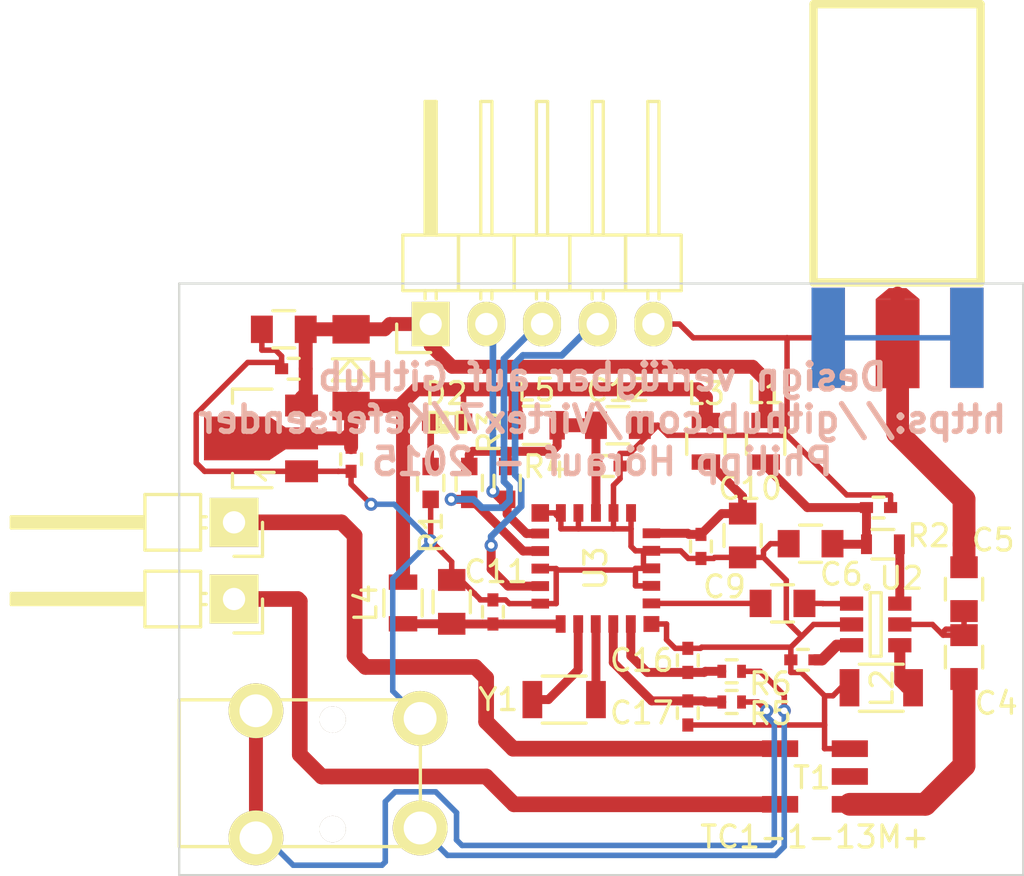
<source format=kicad_pcb>
(kicad_pcb (version 20171130) (host pcbnew "(5.1.12)-1")

  (general
    (thickness 1.6)
    (drawings 7)
    (tracks 355)
    (zones 0)
    (modules 40)
    (nets 28)
  )

  (page A4)
  (layers
    (0 F.Cu signal)
    (31 B.Cu power)
    (34 B.Paste user hide)
    (35 F.Paste user hide)
    (36 B.SilkS user hide)
    (37 F.SilkS user hide)
    (38 B.Mask user hide)
    (39 F.Mask user hide)
    (40 Dwgs.User user hide)
    (44 Edge.Cuts user)
    (49 F.Fab user hide)
  )

  (setup
    (last_trace_width 0.25)
    (user_trace_width 0.254)
    (user_trace_width 0.3048)
    (user_trace_width 0.4064)
    (user_trace_width 0.508)
    (user_trace_width 0.635)
    (user_trace_width 0.715155)
    (user_trace_width 1.03996)
    (trace_clearance 0.2)
    (zone_clearance 0.2)
    (zone_45_only no)
    (trace_min 0.2)
    (via_size 0.6)
    (via_drill 0.3)
    (via_min_size 0.4)
    (via_min_drill 0.3)
    (uvia_size 0.3)
    (uvia_drill 0.1)
    (uvias_allowed no)
    (uvia_min_size 0.2)
    (uvia_min_drill 0.1)
    (edge_width 0.1)
    (segment_width 0.2)
    (pcb_text_width 0.3)
    (pcb_text_size 1.5 1.5)
    (mod_edge_width 0.15)
    (mod_text_size 1 1)
    (mod_text_width 0.15)
    (pad_size 4.572 1.524)
    (pad_drill 0)
    (pad_to_mask_clearance 0)
    (aux_axis_origin 0 0)
    (visible_elements 7FFFFFFF)
    (pcbplotparams
      (layerselection 0x00030_80000001)
      (usegerberextensions false)
      (usegerberattributes true)
      (usegerberadvancedattributes true)
      (creategerberjobfile true)
      (excludeedgelayer true)
      (linewidth 0.100000)
      (plotframeref false)
      (viasonmask false)
      (mode 1)
      (useauxorigin false)
      (hpglpennumber 1)
      (hpglpenspeed 20)
      (hpglpendiameter 15.000000)
      (psnegative false)
      (psa4output false)
      (plotreference true)
      (plotvalue true)
      (plotinvisibletext false)
      (padsonsilk false)
      (subtractmaskfromsilk false)
      (outputformat 1)
      (mirror false)
      (drillshape 1)
      (scaleselection 1)
      (outputdirectory ""))
  )

  (net 0 "")
  (net 1 +5V)
  (net 2 GND)
  (net 3 +3V3)
  (net 4 "Net-(C4-Pad1)")
  (net 5 "Net-(C4-Pad2)")
  (net 6 "Net-(C5-Pad1)")
  (net 7 "Net-(C6-Pad1)")
  (net 8 "Net-(C8-Pad1)")
  (net 9 "Net-(C9-Pad1)")
  (net 10 "Net-(C9-Pad2)")
  (net 11 "Net-(C10-Pad1)")
  (net 12 "Net-(C11-Pad1)")
  (net 13 "Net-(C12-Pad1)")
  (net 14 "Net-(C16-Pad1)")
  (net 15 "Net-(C17-Pad1)")
  (net 16 "Net-(D2-Pad1)")
  (net 17 "Net-(L2-Pad2)")
  (net 18 "Net-(P1-Pad1)")
  (net 19 "Net-(P2-Pad1)")
  (net 20 /SDA)
  (net 21 /SCL)
  (net 22 /RDS)
  (net 23 "Net-(R2-Pad2)")
  (net 24 /Ton_L)
  (net 25 /Ton_R)
  (net 26 "Net-(U3-Pad20)")
  (net 27 "Net-(U3-Pad19)")

  (net_class Default "Dies ist die voreingestellte Netzklasse."
    (clearance 0.2)
    (trace_width 0.25)
    (via_dia 0.6)
    (via_drill 0.3)
    (uvia_dia 0.3)
    (uvia_drill 0.1)
    (add_net +3V3)
    (add_net +5V)
    (add_net /RDS)
    (add_net /SCL)
    (add_net /SDA)
    (add_net /Ton_L)
    (add_net /Ton_R)
    (add_net GND)
    (add_net "Net-(C10-Pad1)")
    (add_net "Net-(C11-Pad1)")
    (add_net "Net-(C12-Pad1)")
    (add_net "Net-(C16-Pad1)")
    (add_net "Net-(C17-Pad1)")
    (add_net "Net-(C4-Pad1)")
    (add_net "Net-(C4-Pad2)")
    (add_net "Net-(C5-Pad1)")
    (add_net "Net-(C6-Pad1)")
    (add_net "Net-(C8-Pad1)")
    (add_net "Net-(C9-Pad1)")
    (add_net "Net-(C9-Pad2)")
    (add_net "Net-(D2-Pad1)")
    (add_net "Net-(L2-Pad2)")
    (add_net "Net-(P1-Pad1)")
    (add_net "Net-(P2-Pad1)")
    (add_net "Net-(R2-Pad2)")
    (add_net "Net-(U3-Pad19)")
    (add_net "Net-(U3-Pad20)")
  )

  (module Capacitors_SMD:C_0402 (layer F.Cu) (tedit 558E956E) (tstamp 558D9881)
    (at 132.22 85.39 180)
    (descr "Capacitor SMD 0402, reflow soldering, AVX (see smccp.pdf)")
    (tags "capacitor 0402")
    (path /558D6716)
    (attr smd)
    (fp_text reference C1 (at 0 -1.7 180) (layer F.SilkS) hide
      (effects (font (size 1 1) (thickness 0.15)))
    )
    (fp_text value 100n (at 0 1.7 180) (layer F.Fab) hide
      (effects (font (size 1 1) (thickness 0.15)))
    )
    (fp_line (start -1.15 -0.6) (end 1.15 -0.6) (layer F.CrtYd) (width 0.05))
    (fp_line (start -1.15 0.6) (end 1.15 0.6) (layer F.CrtYd) (width 0.05))
    (fp_line (start -1.15 -0.6) (end -1.15 0.6) (layer F.CrtYd) (width 0.05))
    (fp_line (start 1.15 -0.6) (end 1.15 0.6) (layer F.CrtYd) (width 0.05))
    (fp_line (start 0.25 -0.475) (end -0.25 -0.475) (layer F.SilkS) (width 0.15))
    (fp_line (start -0.25 0.475) (end 0.25 0.475) (layer F.SilkS) (width 0.15))
    (pad 1 smd rect (at -0.55 0 180) (size 0.6 0.5) (layers F.Cu F.Paste F.Mask)
      (net 1 +5V))
    (pad 2 smd rect (at 0.55 0 180) (size 0.6 0.5) (layers F.Cu F.Paste F.Mask)
      (net 2 GND))
    (model Capacitors_SMD.3dshapes/C_0402.wrl
      (at (xyz 0 0 0))
      (scale (xyz 1 1 1))
      (rotate (xyz 0 0 0))
    )
  )

  (module Capacitors_SMD:C_0805 (layer F.Cu) (tedit 0) (tstamp 558D9887)
    (at 131.77 83.59 180)
    (descr "Capacitor SMD 0805, reflow soldering, AVX (see smccp.pdf)")
    (tags "capacitor 0805")
    (path /558D6657)
    (attr smd)
    (fp_text reference C2 (at 0 -2.1 180) (layer F.SilkS) hide
      (effects (font (size 1 1) (thickness 0.15)))
    )
    (fp_text value 22µ (at 2.29 0.34 270) (layer F.Fab)
      (effects (font (size 1 1) (thickness 0.15)))
    )
    (fp_line (start -1.8 -1) (end 1.8 -1) (layer F.CrtYd) (width 0.05))
    (fp_line (start -1.8 1) (end 1.8 1) (layer F.CrtYd) (width 0.05))
    (fp_line (start -1.8 -1) (end -1.8 1) (layer F.CrtYd) (width 0.05))
    (fp_line (start 1.8 -1) (end 1.8 1) (layer F.CrtYd) (width 0.05))
    (fp_line (start 0.5 -0.85) (end -0.5 -0.85) (layer F.SilkS) (width 0.15))
    (fp_line (start -0.5 0.85) (end 0.5 0.85) (layer F.SilkS) (width 0.15))
    (pad 1 smd rect (at -1 0 180) (size 1 1.25) (layers F.Cu F.Paste F.Mask)
      (net 1 +5V))
    (pad 2 smd rect (at 1 0 180) (size 1 1.25) (layers F.Cu F.Paste F.Mask)
      (net 2 GND))
    (model Capacitors_SMD.3dshapes/C_0805.wrl
      (at (xyz 0 0 0))
      (scale (xyz 1 1 1))
      (rotate (xyz 0 0 0))
    )
  )

  (module Capacitors_SMD:C_0402 (layer F.Cu) (tedit 558E955A) (tstamp 558D988D)
    (at 134.84 89.52 270)
    (descr "Capacitor SMD 0402, reflow soldering, AVX (see smccp.pdf)")
    (tags "capacitor 0402")
    (path /558D65C6)
    (attr smd)
    (fp_text reference C3 (at 0 -1.7 270) (layer F.SilkS) hide
      (effects (font (size 1 1) (thickness 0.15)))
    )
    (fp_text value 100n (at 0 1.7 270) (layer F.Fab) hide
      (effects (font (size 1 1) (thickness 0.15)))
    )
    (fp_line (start -1.15 -0.6) (end 1.15 -0.6) (layer F.CrtYd) (width 0.05))
    (fp_line (start -1.15 0.6) (end 1.15 0.6) (layer F.CrtYd) (width 0.05))
    (fp_line (start -1.15 -0.6) (end -1.15 0.6) (layer F.CrtYd) (width 0.05))
    (fp_line (start 1.15 -0.6) (end 1.15 0.6) (layer F.CrtYd) (width 0.05))
    (fp_line (start 0.25 -0.475) (end -0.25 -0.475) (layer F.SilkS) (width 0.15))
    (fp_line (start -0.25 0.475) (end 0.25 0.475) (layer F.SilkS) (width 0.15))
    (pad 1 smd rect (at -0.55 0 270) (size 0.6 0.5) (layers F.Cu F.Paste F.Mask)
      (net 3 +3V3))
    (pad 2 smd rect (at 0.55 0 270) (size 0.6 0.5) (layers F.Cu F.Paste F.Mask)
      (net 2 GND))
    (model Capacitors_SMD.3dshapes/C_0402.wrl
      (at (xyz 0 0 0))
      (scale (xyz 1 1 1))
      (rotate (xyz 0 0 0))
    )
  )

  (module Capacitors_SMD:C_0805 (layer F.Cu) (tedit 558E96FF) (tstamp 558D98AB)
    (at 155.8 93.375 180)
    (descr "Capacitor SMD 0805, reflow soldering, AVX (see smccp.pdf)")
    (tags "capacitor 0805")
    (path /558DC4A5)
    (attr smd)
    (fp_text reference C6 (at -1.4 -1.395 180) (layer F.SilkS)
      (effects (font (size 1 1) (thickness 0.15)))
    )
    (fp_text value 22µ (at -0.13 1.695 180) (layer F.Fab)
      (effects (font (size 1 1) (thickness 0.15)))
    )
    (fp_line (start -1.8 -1) (end 1.8 -1) (layer F.CrtYd) (width 0.05))
    (fp_line (start -1.8 1) (end 1.8 1) (layer F.CrtYd) (width 0.05))
    (fp_line (start -1.8 -1) (end -1.8 1) (layer F.CrtYd) (width 0.05))
    (fp_line (start 1.8 -1) (end 1.8 1) (layer F.CrtYd) (width 0.05))
    (fp_line (start 0.5 -0.85) (end -0.5 -0.85) (layer F.SilkS) (width 0.15))
    (fp_line (start -0.5 0.85) (end 0.5 0.85) (layer F.SilkS) (width 0.15))
    (pad 1 smd rect (at -1 0 180) (size 1 1.25) (layers F.Cu F.Paste F.Mask)
      (net 7 "Net-(C6-Pad1)"))
    (pad 2 smd rect (at 1 0 180) (size 1 1.25) (layers F.Cu F.Paste F.Mask)
      (net 2 GND))
    (model Capacitors_SMD.3dshapes/C_0805.wrl
      (at (xyz 0 0 0))
      (scale (xyz 1 1 1))
      (rotate (xyz 0 0 0))
    )
  )

  (module Capacitors_SMD:C_0402 (layer F.Cu) (tedit 0) (tstamp 558D98B1)
    (at 158.9 91.725)
    (descr "Capacitor SMD 0402, reflow soldering, AVX (see smccp.pdf)")
    (tags "capacitor 0402")
    (path /558DC56A)
    (attr smd)
    (fp_text reference C7 (at 0 -1.7) (layer F.SilkS) hide
      (effects (font (size 1 1) (thickness 0.15)))
    )
    (fp_text value 100n (at 0 1.7) (layer F.Fab) hide
      (effects (font (size 1 1) (thickness 0.15)))
    )
    (fp_line (start -1.15 -0.6) (end 1.15 -0.6) (layer F.CrtYd) (width 0.05))
    (fp_line (start -1.15 0.6) (end 1.15 0.6) (layer F.CrtYd) (width 0.05))
    (fp_line (start -1.15 -0.6) (end -1.15 0.6) (layer F.CrtYd) (width 0.05))
    (fp_line (start 1.15 -0.6) (end 1.15 0.6) (layer F.CrtYd) (width 0.05))
    (fp_line (start 0.25 -0.475) (end -0.25 -0.475) (layer F.SilkS) (width 0.15))
    (fp_line (start -0.25 0.475) (end 0.25 0.475) (layer F.SilkS) (width 0.15))
    (pad 1 smd rect (at -0.55 0) (size 0.6 0.5) (layers F.Cu F.Paste F.Mask)
      (net 7 "Net-(C6-Pad1)"))
    (pad 2 smd rect (at 0.55 0) (size 0.6 0.5) (layers F.Cu F.Paste F.Mask)
      (net 2 GND))
    (model Capacitors_SMD.3dshapes/C_0402.wrl
      (at (xyz 0 0 0))
      (scale (xyz 1 1 1))
      (rotate (xyz 0 0 0))
    )
  )

  (module Capacitors_SMD:C_0402 (layer F.Cu) (tedit 0) (tstamp 558D98B7)
    (at 155.45 98.675 180)
    (descr "Capacitor SMD 0402, reflow soldering, AVX (see smccp.pdf)")
    (tags "capacitor 0402")
    (path /558DC09C)
    (attr smd)
    (fp_text reference C8 (at 0 -1.7 180) (layer F.SilkS) hide
      (effects (font (size 1 1) (thickness 0.15)))
    )
    (fp_text value 100n (at 0 1.7 180) (layer F.Fab) hide
      (effects (font (size 1 1) (thickness 0.15)))
    )
    (fp_line (start -1.15 -0.6) (end 1.15 -0.6) (layer F.CrtYd) (width 0.05))
    (fp_line (start -1.15 0.6) (end 1.15 0.6) (layer F.CrtYd) (width 0.05))
    (fp_line (start -1.15 -0.6) (end -1.15 0.6) (layer F.CrtYd) (width 0.05))
    (fp_line (start 1.15 -0.6) (end 1.15 0.6) (layer F.CrtYd) (width 0.05))
    (fp_line (start 0.25 -0.475) (end -0.25 -0.475) (layer F.SilkS) (width 0.15))
    (fp_line (start -0.25 0.475) (end 0.25 0.475) (layer F.SilkS) (width 0.15))
    (pad 1 smd rect (at -0.55 0 180) (size 0.6 0.5) (layers F.Cu F.Paste F.Mask)
      (net 8 "Net-(C8-Pad1)"))
    (pad 2 smd rect (at 0.55 0 180) (size 0.6 0.5) (layers F.Cu F.Paste F.Mask)
      (net 2 GND))
    (model Capacitors_SMD.3dshapes/C_0402.wrl
      (at (xyz 0 0 0))
      (scale (xyz 1 1 1))
      (rotate (xyz 0 0 0))
    )
  )

  (module Capacitors_SMD:C_0805 (layer F.Cu) (tedit 558E96F9) (tstamp 558D98C9)
    (at 152.7 93 270)
    (descr "Capacitor SMD 0805, reflow soldering, AVX (see smccp.pdf)")
    (tags "capacitor 0805")
    (path /55848E30)
    (attr smd)
    (fp_text reference C10 (at -2.15 -0.34) (layer F.SilkS)
      (effects (font (size 1 1) (thickness 0.15)))
    )
    (fp_text value 22µ (at -1.56 2.19) (layer F.Fab)
      (effects (font (size 1 1) (thickness 0.15)))
    )
    (fp_line (start -1.8 -1) (end 1.8 -1) (layer F.CrtYd) (width 0.05))
    (fp_line (start -1.8 1) (end 1.8 1) (layer F.CrtYd) (width 0.05))
    (fp_line (start -1.8 -1) (end -1.8 1) (layer F.CrtYd) (width 0.05))
    (fp_line (start 1.8 -1) (end 1.8 1) (layer F.CrtYd) (width 0.05))
    (fp_line (start 0.5 -0.85) (end -0.5 -0.85) (layer F.SilkS) (width 0.15))
    (fp_line (start -0.5 0.85) (end 0.5 0.85) (layer F.SilkS) (width 0.15))
    (pad 1 smd rect (at -1 0 270) (size 1 1.25) (layers F.Cu F.Paste F.Mask)
      (net 11 "Net-(C10-Pad1)"))
    (pad 2 smd rect (at 1 0 270) (size 1 1.25) (layers F.Cu F.Paste F.Mask)
      (net 2 GND))
    (model Capacitors_SMD.3dshapes/C_0805.wrl
      (at (xyz 0 0 0))
      (scale (xyz 1 1 1))
      (rotate (xyz 0 0 0))
    )
  )

  (module Capacitors_SMD:C_0805 (layer F.Cu) (tedit 558E958F) (tstamp 558D98CF)
    (at 139.43 96.03 90)
    (descr "Capacitor SMD 0805, reflow soldering, AVX (see smccp.pdf)")
    (tags "capacitor 0805")
    (path /558491AE)
    (attr smd)
    (fp_text reference C11 (at 1.38 2.02 180) (layer F.SilkS)
      (effects (font (size 1 1) (thickness 0.15)))
    )
    (fp_text value 22µ (at -2.51 0 180) (layer F.Fab)
      (effects (font (size 1 1) (thickness 0.15)))
    )
    (fp_line (start -1.8 -1) (end 1.8 -1) (layer F.CrtYd) (width 0.05))
    (fp_line (start -1.8 1) (end 1.8 1) (layer F.CrtYd) (width 0.05))
    (fp_line (start -1.8 -1) (end -1.8 1) (layer F.CrtYd) (width 0.05))
    (fp_line (start 1.8 -1) (end 1.8 1) (layer F.CrtYd) (width 0.05))
    (fp_line (start 0.5 -0.85) (end -0.5 -0.85) (layer F.SilkS) (width 0.15))
    (fp_line (start -0.5 0.85) (end 0.5 0.85) (layer F.SilkS) (width 0.15))
    (pad 1 smd rect (at -1 0 90) (size 1 1.25) (layers F.Cu F.Paste F.Mask)
      (net 12 "Net-(C11-Pad1)"))
    (pad 2 smd rect (at 1 0 90) (size 1 1.25) (layers F.Cu F.Paste F.Mask)
      (net 2 GND))
    (model Capacitors_SMD.3dshapes/C_0805.wrl
      (at (xyz 0 0 0))
      (scale (xyz 1 1 1))
      (rotate (xyz 0 0 0))
    )
  )

  (module Capacitors_SMD:C_0805 (layer F.Cu) (tedit 0) (tstamp 558D98D5)
    (at 147.01 87.97)
    (descr "Capacitor SMD 0805, reflow soldering, AVX (see smccp.pdf)")
    (tags "capacitor 0805")
    (path /5584924D)
    (attr smd)
    (fp_text reference C12 (at 0.01 -1.59) (layer F.SilkS)
      (effects (font (size 1 1) (thickness 0.15)))
    )
    (fp_text value 22µ (at 2.2 -0.05 270) (layer F.Fab)
      (effects (font (size 1 1) (thickness 0.15)))
    )
    (fp_line (start -1.8 -1) (end 1.8 -1) (layer F.CrtYd) (width 0.05))
    (fp_line (start -1.8 1) (end 1.8 1) (layer F.CrtYd) (width 0.05))
    (fp_line (start -1.8 -1) (end -1.8 1) (layer F.CrtYd) (width 0.05))
    (fp_line (start 1.8 -1) (end 1.8 1) (layer F.CrtYd) (width 0.05))
    (fp_line (start 0.5 -0.85) (end -0.5 -0.85) (layer F.SilkS) (width 0.15))
    (fp_line (start -0.5 0.85) (end 0.5 0.85) (layer F.SilkS) (width 0.15))
    (pad 1 smd rect (at -1 0) (size 1 1.25) (layers F.Cu F.Paste F.Mask)
      (net 13 "Net-(C12-Pad1)"))
    (pad 2 smd rect (at 1 0) (size 1 1.25) (layers F.Cu F.Paste F.Mask)
      (net 2 GND))
    (model Capacitors_SMD.3dshapes/C_0805.wrl
      (at (xyz 0 0 0))
      (scale (xyz 1 1 1))
      (rotate (xyz 0 0 0))
    )
  )

  (module Capacitors_SMD:C_0402 (layer F.Cu) (tedit 558D9C1B) (tstamp 558D98DB)
    (at 150.8 93.5 270)
    (descr "Capacitor SMD 0402, reflow soldering, AVX (see smccp.pdf)")
    (tags "capacitor 0402")
    (path /55848FB7)
    (attr smd)
    (fp_text reference C13 (at -2.6 0 270) (layer F.SilkS) hide
      (effects (font (size 1 1) (thickness 0.15)))
    )
    (fp_text value 100n (at 0 1.7 270) (layer F.Fab) hide
      (effects (font (size 1 1) (thickness 0.15)))
    )
    (fp_line (start -1.15 -0.6) (end 1.15 -0.6) (layer F.CrtYd) (width 0.05))
    (fp_line (start -1.15 0.6) (end 1.15 0.6) (layer F.CrtYd) (width 0.05))
    (fp_line (start -1.15 -0.6) (end -1.15 0.6) (layer F.CrtYd) (width 0.05))
    (fp_line (start 1.15 -0.6) (end 1.15 0.6) (layer F.CrtYd) (width 0.05))
    (fp_line (start 0.25 -0.475) (end -0.25 -0.475) (layer F.SilkS) (width 0.15))
    (fp_line (start -0.25 0.475) (end 0.25 0.475) (layer F.SilkS) (width 0.15))
    (pad 1 smd rect (at -0.55 0 270) (size 0.6 0.5) (layers F.Cu F.Paste F.Mask)
      (net 11 "Net-(C10-Pad1)"))
    (pad 2 smd rect (at 0.55 0 270) (size 0.6 0.5) (layers F.Cu F.Paste F.Mask)
      (net 2 GND))
    (model Capacitors_SMD.3dshapes/C_0402.wrl
      (at (xyz 0 0 0))
      (scale (xyz 1 1 1))
      (rotate (xyz 0 0 0))
    )
  )

  (module Capacitors_SMD:C_0402 (layer F.Cu) (tedit 558D9DEE) (tstamp 558D98E1)
    (at 141.31 96.49 90)
    (descr "Capacitor SMD 0402, reflow soldering, AVX (see smccp.pdf)")
    (tags "capacitor 0402")
    (path /558491B4)
    (attr smd)
    (fp_text reference C14 (at 0 -1.7 90) (layer F.SilkS) hide
      (effects (font (size 1 1) (thickness 0.15)))
    )
    (fp_text value 100n (at 0 1.7 90) (layer F.Fab) hide
      (effects (font (size 1 1) (thickness 0.15)))
    )
    (fp_line (start -1.15 -0.6) (end 1.15 -0.6) (layer F.CrtYd) (width 0.05))
    (fp_line (start -1.15 0.6) (end 1.15 0.6) (layer F.CrtYd) (width 0.05))
    (fp_line (start -1.15 -0.6) (end -1.15 0.6) (layer F.CrtYd) (width 0.05))
    (fp_line (start 1.15 -0.6) (end 1.15 0.6) (layer F.CrtYd) (width 0.05))
    (fp_line (start 0.25 -0.475) (end -0.25 -0.475) (layer F.SilkS) (width 0.15))
    (fp_line (start -0.25 0.475) (end 0.25 0.475) (layer F.SilkS) (width 0.15))
    (pad 1 smd rect (at -0.55 0 90) (size 0.6 0.5) (layers F.Cu F.Paste F.Mask)
      (net 12 "Net-(C11-Pad1)"))
    (pad 2 smd rect (at 0.55 0 90) (size 0.6 0.5) (layers F.Cu F.Paste F.Mask)
      (net 2 GND))
    (model Capacitors_SMD.3dshapes/C_0402.wrl
      (at (xyz 0 0 0))
      (scale (xyz 1 1 1))
      (rotate (xyz 0 0 0))
    )
  )

  (module Capacitors_SMD:C_0402 (layer F.Cu) (tedit 558D9CBD) (tstamp 558D98E7)
    (at 146.56 89.83)
    (descr "Capacitor SMD 0402, reflow soldering, AVX (see smccp.pdf)")
    (tags "capacitor 0402")
    (path /55849253)
    (attr smd)
    (fp_text reference C15 (at 0 -1.7) (layer F.SilkS) hide
      (effects (font (size 1 1) (thickness 0.15)))
    )
    (fp_text value 100n (at 0 1.7) (layer F.Fab) hide
      (effects (font (size 1 1) (thickness 0.15)))
    )
    (fp_line (start -1.15 -0.6) (end 1.15 -0.6) (layer F.CrtYd) (width 0.05))
    (fp_line (start -1.15 0.6) (end 1.15 0.6) (layer F.CrtYd) (width 0.05))
    (fp_line (start -1.15 -0.6) (end -1.15 0.6) (layer F.CrtYd) (width 0.05))
    (fp_line (start 1.15 -0.6) (end 1.15 0.6) (layer F.CrtYd) (width 0.05))
    (fp_line (start 0.25 -0.475) (end -0.25 -0.475) (layer F.SilkS) (width 0.15))
    (fp_line (start -0.25 0.475) (end 0.25 0.475) (layer F.SilkS) (width 0.15))
    (pad 1 smd rect (at -0.55 0) (size 0.6 0.5) (layers F.Cu F.Paste F.Mask)
      (net 13 "Net-(C12-Pad1)"))
    (pad 2 smd rect (at 0.55 0) (size 0.6 0.5) (layers F.Cu F.Paste F.Mask)
      (net 2 GND))
    (model Capacitors_SMD.3dshapes/C_0402.wrl
      (at (xyz 0 0 0))
      (scale (xyz 1 1 1))
      (rotate (xyz 0 0 0))
    )
  )

  (module Capacitors_SMD:C_0402 (layer F.Cu) (tedit 558D9BAC) (tstamp 558D98ED)
    (at 150.2 98.7 90)
    (descr "Capacitor SMD 0402, reflow soldering, AVX (see smccp.pdf)")
    (tags "capacitor 0402")
    (path /558D70E3)
    (attr smd)
    (fp_text reference C16 (at 0 -2.1 180) (layer F.SilkS)
      (effects (font (size 1 1) (thickness 0.15)))
    )
    (fp_text value 100p (at -5.4 0 90) (layer F.Fab)
      (effects (font (size 1 1) (thickness 0.15)))
    )
    (fp_line (start -1.15 -0.6) (end 1.15 -0.6) (layer F.CrtYd) (width 0.05))
    (fp_line (start -1.15 0.6) (end 1.15 0.6) (layer F.CrtYd) (width 0.05))
    (fp_line (start -1.15 -0.6) (end -1.15 0.6) (layer F.CrtYd) (width 0.05))
    (fp_line (start 1.15 -0.6) (end 1.15 0.6) (layer F.CrtYd) (width 0.05))
    (fp_line (start 0.25 -0.475) (end -0.25 -0.475) (layer F.SilkS) (width 0.15))
    (fp_line (start -0.25 0.475) (end 0.25 0.475) (layer F.SilkS) (width 0.15))
    (pad 1 smd rect (at -0.55 0 90) (size 0.6 0.5) (layers F.Cu F.Paste F.Mask)
      (net 14 "Net-(C16-Pad1)"))
    (pad 2 smd rect (at 0.55 0 90) (size 0.6 0.5) (layers F.Cu F.Paste F.Mask)
      (net 2 GND))
    (model Capacitors_SMD.3dshapes/C_0402.wrl
      (at (xyz 0 0 0))
      (scale (xyz 1 1 1))
      (rotate (xyz 0 0 0))
    )
  )

  (module Capacitors_SMD:C_0402 (layer F.Cu) (tedit 558D9B8A) (tstamp 558D98F3)
    (at 150.2 101.1 270)
    (descr "Capacitor SMD 0402, reflow soldering, AVX (see smccp.pdf)")
    (tags "capacitor 0402")
    (path /558D7221)
    (attr smd)
    (fp_text reference C17 (at 0 2.1) (layer F.SilkS)
      (effects (font (size 1 1) (thickness 0.15)))
    )
    (fp_text value 100p (at 0 -4.8 270) (layer F.Fab) hide
      (effects (font (size 1 1) (thickness 0.15)))
    )
    (fp_line (start -1.15 -0.6) (end 1.15 -0.6) (layer F.CrtYd) (width 0.05))
    (fp_line (start -1.15 0.6) (end 1.15 0.6) (layer F.CrtYd) (width 0.05))
    (fp_line (start -1.15 -0.6) (end -1.15 0.6) (layer F.CrtYd) (width 0.05))
    (fp_line (start 1.15 -0.6) (end 1.15 0.6) (layer F.CrtYd) (width 0.05))
    (fp_line (start 0.25 -0.475) (end -0.25 -0.475) (layer F.SilkS) (width 0.15))
    (fp_line (start -0.25 0.475) (end 0.25 0.475) (layer F.SilkS) (width 0.15))
    (pad 1 smd rect (at -0.55 0 270) (size 0.6 0.5) (layers F.Cu F.Paste F.Mask)
      (net 15 "Net-(C17-Pad1)"))
    (pad 2 smd rect (at 0.55 0 270) (size 0.6 0.5) (layers F.Cu F.Paste F.Mask)
      (net 2 GND))
    (model Capacitors_SMD.3dshapes/C_0402.wrl
      (at (xyz 0 0 0))
      (scale (xyz 1 1 1))
      (rotate (xyz 0 0 0))
    )
  )

  (module Diodes_SMD:Diode-MiniMELF_Standard (layer F.Cu) (tedit 0) (tstamp 558D9905)
    (at 134.84 85.34 270)
    (descr "Diode Mini-MELF Standard")
    (tags "Diode Mini-MELF Standard")
    (path /558D68F9)
    (attr smd)
    (fp_text reference D1 (at 0 -1.95 270) (layer F.SilkS) hide
      (effects (font (size 1 1) (thickness 0.15)))
    )
    (fp_text value 1n4148 (at 0.02 -1.63 90) (layer F.Fab)
      (effects (font (size 1 1) (thickness 0.15)))
    )
    (fp_line (start -2.55 -1) (end 2.55 -1) (layer F.CrtYd) (width 0.05))
    (fp_line (start 2.55 -1) (end 2.55 1) (layer F.CrtYd) (width 0.05))
    (fp_line (start 2.55 1) (end -2.55 1) (layer F.CrtYd) (width 0.05))
    (fp_line (start -2.55 1) (end -2.55 -1) (layer F.CrtYd) (width 0.05))
    (fp_line (start -0.40024 0.0508) (end 0.60052 -0.85) (layer F.SilkS) (width 0.15))
    (fp_line (start 0.60052 -0.85) (end 0.60052 0.85) (layer F.SilkS) (width 0.15))
    (fp_line (start 0.60052 0.85) (end -0.40024 0) (layer F.SilkS) (width 0.15))
    (fp_line (start -0.40024 -0.85) (end -0.40024 0.85) (layer F.SilkS) (width 0.15))
    (fp_circle (center 0 0) (end 0 0.55118) (layer F.Adhes) (width 0.381))
    (fp_circle (center 0 0) (end 0 0.20066) (layer F.Adhes) (width 0.381))
    (fp_text user K (at -1.8 1.95 270) (layer F.SilkS) hide
      (effects (font (size 1 1) (thickness 0.15)))
    )
    (fp_text user A (at 1.8 1.95 270) (layer F.SilkS) hide
      (effects (font (size 1 1) (thickness 0.15)))
    )
    (pad 1 smd rect (at -1.75006 0 270) (size 1.30048 1.69926) (layers F.Cu F.Paste F.Mask)
      (net 1 +5V))
    (pad 2 smd rect (at 1.75006 0 270) (size 1.30048 1.69926) (layers F.Cu F.Paste F.Mask)
      (net 3 +3V3))
    (model Diodes_SMD.3dshapes/Diode-MiniMELF_Standard.wrl
      (at (xyz 0 0 0))
      (scale (xyz 0.3937 0.3937 0.3937))
      (rotate (xyz 0 0 0))
    )
  )

  (module LEDs:LED-0603 (layer F.Cu) (tedit 558E95C5) (tstamp 558D990B)
    (at 139.22 87.83)
    (descr "LED 0603 smd package")
    (tags "LED led 0603 SMD smd SMT smt smdled SMDLED smtled SMTLED")
    (path /558DB22C)
    (attr smd)
    (fp_text reference D2 (at -0.05 -1.31) (layer F.SilkS)
      (effects (font (size 1 1) (thickness 0.15)))
    )
    (fp_text value grün (at 0 1.2) (layer F.Fab) hide
      (effects (font (size 1 1) (thickness 0.15)))
    )
    (fp_line (start -0.44958 -0.44958) (end -0.44958 0.44958) (layer F.SilkS) (width 0.15))
    (fp_line (start -0.44958 0.44958) (end -0.84836 0.44958) (layer F.SilkS) (width 0.15))
    (fp_line (start -0.84836 -0.44958) (end -0.84836 0.44958) (layer F.SilkS) (width 0.15))
    (fp_line (start -0.44958 -0.44958) (end -0.84836 -0.44958) (layer F.SilkS) (width 0.15))
    (fp_line (start 0.84836 -0.44958) (end 0.84836 0.44958) (layer F.SilkS) (width 0.15))
    (fp_line (start 0.84836 0.44958) (end 0.44958 0.44958) (layer F.SilkS) (width 0.15))
    (fp_line (start 0.44958 -0.44958) (end 0.44958 0.44958) (layer F.SilkS) (width 0.15))
    (fp_line (start 0.84836 -0.44958) (end 0.44958 -0.44958) (layer F.SilkS) (width 0.15))
    (fp_line (start 0 -0.44958) (end 0 -0.29972) (layer F.SilkS) (width 0.15))
    (fp_line (start 0 -0.29972) (end -0.29972 -0.29972) (layer F.SilkS) (width 0.15))
    (fp_line (start -0.29972 -0.44958) (end -0.29972 -0.29972) (layer F.SilkS) (width 0.15))
    (fp_line (start 0 -0.44958) (end -0.29972 -0.44958) (layer F.SilkS) (width 0.15))
    (fp_line (start 0 0.29972) (end 0 0.44958) (layer F.SilkS) (width 0.15))
    (fp_line (start 0 0.44958) (end -0.29972 0.44958) (layer F.SilkS) (width 0.15))
    (fp_line (start -0.29972 0.29972) (end -0.29972 0.44958) (layer F.SilkS) (width 0.15))
    (fp_line (start 0 0.29972) (end -0.29972 0.29972) (layer F.SilkS) (width 0.15))
    (fp_line (start 0 -0.14986) (end 0 0.14986) (layer F.SilkS) (width 0.15))
    (fp_line (start 0 0.14986) (end -0.29972 0.14986) (layer F.SilkS) (width 0.15))
    (fp_line (start -0.29972 -0.14986) (end -0.29972 0.14986) (layer F.SilkS) (width 0.15))
    (fp_line (start 0 -0.14986) (end -0.29972 -0.14986) (layer F.SilkS) (width 0.15))
    (fp_line (start -0.44958 -0.39878) (end 0.44958 -0.39878) (layer F.SilkS) (width 0.15))
    (fp_line (start -0.44958 0.39878) (end 0.44958 0.39878) (layer F.SilkS) (width 0.15))
    (pad 2 smd rect (at 0.7493 0 180) (size 0.79756 0.79756) (layers F.Cu F.Paste F.Mask)
      (net 3 +3V3))
    (pad 1 smd rect (at -0.7493 0 180) (size 0.79756 0.79756) (layers F.Cu F.Paste F.Mask)
      (net 16 "Net-(D2-Pad1)"))
  )

  (module Resistors_SMD:R_0805 (layer F.Cu) (tedit 0) (tstamp 558D9917)
    (at 153.75 88.7 90)
    (descr "Resistor SMD 0805, reflow soldering, Vishay (see dcrcw.pdf)")
    (tags "resistor 0805")
    (path /558DC95B)
    (attr smd)
    (fp_text reference L1 (at 2.22 -0.01 180) (layer F.SilkS)
      (effects (font (size 1 1) (thickness 0.15)))
    )
    (fp_text value 10µH (at 0 2.1 90) (layer F.Fab) hide
      (effects (font (size 1 1) (thickness 0.15)))
    )
    (fp_line (start -1.6 -1) (end 1.6 -1) (layer F.CrtYd) (width 0.05))
    (fp_line (start -1.6 1) (end 1.6 1) (layer F.CrtYd) (width 0.05))
    (fp_line (start -1.6 -1) (end -1.6 1) (layer F.CrtYd) (width 0.05))
    (fp_line (start 1.6 -1) (end 1.6 1) (layer F.CrtYd) (width 0.05))
    (fp_line (start 0.6 0.875) (end -0.6 0.875) (layer F.SilkS) (width 0.15))
    (fp_line (start -0.6 -0.875) (end 0.6 -0.875) (layer F.SilkS) (width 0.15))
    (pad 1 smd rect (at -0.95 0 90) (size 0.7 1.3) (layers F.Cu F.Paste F.Mask)
      (net 7 "Net-(C6-Pad1)"))
    (pad 2 smd rect (at 0.95 0 90) (size 0.7 1.3) (layers F.Cu F.Paste F.Mask)
      (net 1 +5V))
    (model Resistors_SMD.3dshapes/R_0805.wrl
      (at (xyz 0 0 0))
      (scale (xyz 1 1 1))
      (rotate (xyz 0 0 0))
    )
  )

  (module Resistors_SMD:R_1206 (layer F.Cu) (tedit 558E971D) (tstamp 558D9923)
    (at 159.025 99.95)
    (descr "Resistor SMD 1206, reflow soldering, Vishay (see dcrcw.pdf)")
    (tags "resistor 1206")
    (path /558D7FD6)
    (attr smd)
    (fp_text reference L2 (at 0.035 0.02 90) (layer F.SilkS)
      (effects (font (size 1 1) (thickness 0.15)))
    )
    (fp_text value 470nH (at 1.395 3.61 270) (layer F.Fab)
      (effects (font (size 1 1) (thickness 0.15)))
    )
    (fp_line (start -2.2 -1.2) (end 2.2 -1.2) (layer F.CrtYd) (width 0.05))
    (fp_line (start -2.2 1.2) (end 2.2 1.2) (layer F.CrtYd) (width 0.05))
    (fp_line (start -2.2 -1.2) (end -2.2 1.2) (layer F.CrtYd) (width 0.05))
    (fp_line (start 2.2 -1.2) (end 2.2 1.2) (layer F.CrtYd) (width 0.05))
    (fp_line (start 1 1.075) (end -1 1.075) (layer F.SilkS) (width 0.15))
    (fp_line (start -1 -1.075) (end 1 -1.075) (layer F.SilkS) (width 0.15))
    (pad 1 smd rect (at -1.45 0) (size 0.9 1.7) (layers F.Cu F.Paste F.Mask)
      (net 2 GND))
    (pad 2 smd rect (at 1.45 0) (size 0.9 1.7) (layers F.Cu F.Paste F.Mask)
      (net 17 "Net-(L2-Pad2)"))
    (model Resistors_SMD.3dshapes/R_1206.wrl
      (at (xyz 0 0 0))
      (scale (xyz 1 1 1))
      (rotate (xyz 0 0 0))
    )
  )

  (module Resistors_SMD:R_0805 (layer F.Cu) (tedit 558E95FD) (tstamp 558D992F)
    (at 151.025 88.7 270)
    (descr "Resistor SMD 0805, reflow soldering, Vishay (see dcrcw.pdf)")
    (tags "resistor 0805")
    (path /5584905D)
    (attr smd)
    (fp_text reference L3 (at -2.18 0.005) (layer F.SilkS)
      (effects (font (size 1 1) (thickness 0.15)))
    )
    (fp_text value 10µH (at 2.34 -0.42) (layer F.Fab) hide
      (effects (font (size 1 1) (thickness 0.15)))
    )
    (fp_line (start -1.6 -1) (end 1.6 -1) (layer F.CrtYd) (width 0.05))
    (fp_line (start -1.6 1) (end 1.6 1) (layer F.CrtYd) (width 0.05))
    (fp_line (start -1.6 -1) (end -1.6 1) (layer F.CrtYd) (width 0.05))
    (fp_line (start 1.6 -1) (end 1.6 1) (layer F.CrtYd) (width 0.05))
    (fp_line (start 0.6 0.875) (end -0.6 0.875) (layer F.SilkS) (width 0.15))
    (fp_line (start -0.6 -0.875) (end 0.6 -0.875) (layer F.SilkS) (width 0.15))
    (pad 1 smd rect (at -0.95 0 270) (size 0.7 1.3) (layers F.Cu F.Paste F.Mask)
      (net 3 +3V3))
    (pad 2 smd rect (at 0.95 0 270) (size 0.7 1.3) (layers F.Cu F.Paste F.Mask)
      (net 11 "Net-(C10-Pad1)"))
    (model Resistors_SMD.3dshapes/R_0805.wrl
      (at (xyz 0 0 0))
      (scale (xyz 1 1 1))
      (rotate (xyz 0 0 0))
    )
  )

  (module Resistors_SMD:R_0805 (layer F.Cu) (tedit 0) (tstamp 558D993B)
    (at 137.21 96.08 270)
    (descr "Resistor SMD 0805, reflow soldering, Vishay (see dcrcw.pdf)")
    (tags "resistor 0805")
    (path /558491BA)
    (attr smd)
    (fp_text reference L4 (at 0.01 1.7 270) (layer F.SilkS)
      (effects (font (size 1 1) (thickness 0.15)))
    )
    (fp_text value 10µH (at 0 2.1 270) (layer F.Fab) hide
      (effects (font (size 1 1) (thickness 0.15)))
    )
    (fp_line (start -1.6 -1) (end 1.6 -1) (layer F.CrtYd) (width 0.05))
    (fp_line (start -1.6 1) (end 1.6 1) (layer F.CrtYd) (width 0.05))
    (fp_line (start -1.6 -1) (end -1.6 1) (layer F.CrtYd) (width 0.05))
    (fp_line (start 1.6 -1) (end 1.6 1) (layer F.CrtYd) (width 0.05))
    (fp_line (start 0.6 0.875) (end -0.6 0.875) (layer F.SilkS) (width 0.15))
    (fp_line (start -0.6 -0.875) (end 0.6 -0.875) (layer F.SilkS) (width 0.15))
    (pad 1 smd rect (at -0.95 0 270) (size 0.7 1.3) (layers F.Cu F.Paste F.Mask)
      (net 3 +3V3))
    (pad 2 smd rect (at 0.95 0 270) (size 0.7 1.3) (layers F.Cu F.Paste F.Mask)
      (net 12 "Net-(C11-Pad1)"))
    (model Resistors_SMD.3dshapes/R_0805.wrl
      (at (xyz 0 0 0))
      (scale (xyz 1 1 1))
      (rotate (xyz 0 0 0))
    )
  )

  (module Resistors_SMD:R_0805 (layer F.Cu) (tedit 558E95C2) (tstamp 558D9947)
    (at 143.29 87.97)
    (descr "Resistor SMD 0805, reflow soldering, Vishay (see dcrcw.pdf)")
    (tags "resistor 0805")
    (path /55849259)
    (attr smd)
    (fp_text reference L5 (at -0.01 -1.61) (layer F.SilkS)
      (effects (font (size 1 1) (thickness 0.15)))
    )
    (fp_text value 10µH (at -2.76 -1.68) (layer F.Fab) hide
      (effects (font (size 1 1) (thickness 0.15)))
    )
    (fp_line (start -1.6 -1) (end 1.6 -1) (layer F.CrtYd) (width 0.05))
    (fp_line (start -1.6 1) (end 1.6 1) (layer F.CrtYd) (width 0.05))
    (fp_line (start -1.6 -1) (end -1.6 1) (layer F.CrtYd) (width 0.05))
    (fp_line (start 1.6 -1) (end 1.6 1) (layer F.CrtYd) (width 0.05))
    (fp_line (start 0.6 0.875) (end -0.6 0.875) (layer F.SilkS) (width 0.15))
    (fp_line (start -0.6 -0.875) (end 0.6 -0.875) (layer F.SilkS) (width 0.15))
    (pad 1 smd rect (at -0.95 0) (size 0.7 1.3) (layers F.Cu F.Paste F.Mask)
      (net 3 +3V3))
    (pad 2 smd rect (at 0.95 0) (size 0.7 1.3) (layers F.Cu F.Paste F.Mask)
      (net 13 "Net-(C12-Pad1)"))
    (model Resistors_SMD.3dshapes/R_0805.wrl
      (at (xyz 0 0 0))
      (scale (xyz 1 1 1))
      (rotate (xyz 0 0 0))
    )
  )

  (module Pin_Headers:Pin_Header_Angled_1x01 (layer F.Cu) (tedit 558E953C) (tstamp 558D9960)
    (at 129.5 92.4 180)
    (descr "Through hole pin header")
    (tags "pin header")
    (path /558D8D46)
    (fp_text reference P1 (at 0 -5.1 180) (layer F.SilkS) hide
      (effects (font (size 1 1) (thickness 0.15)))
    )
    (fp_text value CONN_01X01 (at 0 -3.1 180) (layer F.Fab) hide
      (effects (font (size 1 1) (thickness 0.15)))
    )
    (fp_line (start -1.6 -1.75) (end -1.6 1.75) (layer F.CrtYd) (width 0.05))
    (fp_line (start 10.65 -1.75) (end 10.65 1.75) (layer F.CrtYd) (width 0.05))
    (fp_line (start -1.6 -1.75) (end 10.65 -1.75) (layer F.CrtYd) (width 0.05))
    (fp_line (start -1.6 1.75) (end 10.65 1.75) (layer F.CrtYd) (width 0.05))
    (fp_line (start -1.3 -1.55) (end -1.3 0) (layer F.SilkS) (width 0.15))
    (fp_line (start 0 -1.55) (end -1.3 -1.55) (layer F.SilkS) (width 0.15))
    (fp_line (start 4.191 -0.127) (end 10.033 -0.127) (layer F.SilkS) (width 0.15))
    (fp_line (start 10.033 -0.127) (end 10.033 0.127) (layer F.SilkS) (width 0.15))
    (fp_line (start 10.033 0.127) (end 4.191 0.127) (layer F.SilkS) (width 0.15))
    (fp_line (start 4.191 0.127) (end 4.191 0) (layer F.SilkS) (width 0.15))
    (fp_line (start 4.191 0) (end 10.033 0) (layer F.SilkS) (width 0.15))
    (fp_line (start 1.524 0.254) (end 1.27 0.254) (layer F.SilkS) (width 0.15))
    (fp_line (start 1.524 -0.254) (end 1.27 -0.254) (layer F.SilkS) (width 0.15))
    (fp_line (start 1.524 -1.27) (end 4.064 -1.27) (layer F.SilkS) (width 0.15))
    (fp_line (start 1.524 -1.27) (end 1.524 1.27) (layer F.SilkS) (width 0.15))
    (fp_line (start 1.524 1.27) (end 4.064 1.27) (layer F.SilkS) (width 0.15))
    (fp_line (start 4.064 -0.254) (end 10.16 -0.254) (layer F.SilkS) (width 0.15))
    (fp_line (start 10.16 -0.254) (end 10.16 0.254) (layer F.SilkS) (width 0.15))
    (fp_line (start 10.16 0.254) (end 4.064 0.254) (layer F.SilkS) (width 0.15))
    (fp_line (start 4.064 1.27) (end 4.064 -1.27) (layer F.SilkS) (width 0.15))
    (pad 1 thru_hole rect (at 0 0 180) (size 2.2352 2.2352) (drill 1.016) (layers *.Cu *.Mask F.SilkS)
      (net 18 "Net-(P1-Pad1)"))
    (model Pin_Headers.3dshapes/Pin_Header_Angled_1x01.wrl
      (at (xyz 0 0 0))
      (scale (xyz 1 1 1))
      (rotate (xyz 0 0 90))
    )
  )

  (module Pin_Headers:Pin_Header_Angled_1x01 (layer F.Cu) (tedit 0) (tstamp 558D9979)
    (at 129.5 95.9 180)
    (descr "Through hole pin header")
    (tags "pin header")
    (path /558D8E04)
    (fp_text reference P2 (at 0 -5.1 180) (layer F.SilkS) hide
      (effects (font (size 1 1) (thickness 0.15)))
    )
    (fp_text value CONN_01X01 (at 0 -3.1 180) (layer F.Fab) hide
      (effects (font (size 1 1) (thickness 0.15)))
    )
    (fp_line (start -1.6 -1.75) (end -1.6 1.75) (layer F.CrtYd) (width 0.05))
    (fp_line (start 10.65 -1.75) (end 10.65 1.75) (layer F.CrtYd) (width 0.05))
    (fp_line (start -1.6 -1.75) (end 10.65 -1.75) (layer F.CrtYd) (width 0.05))
    (fp_line (start -1.6 1.75) (end 10.65 1.75) (layer F.CrtYd) (width 0.05))
    (fp_line (start -1.3 -1.55) (end -1.3 0) (layer F.SilkS) (width 0.15))
    (fp_line (start 0 -1.55) (end -1.3 -1.55) (layer F.SilkS) (width 0.15))
    (fp_line (start 4.191 -0.127) (end 10.033 -0.127) (layer F.SilkS) (width 0.15))
    (fp_line (start 10.033 -0.127) (end 10.033 0.127) (layer F.SilkS) (width 0.15))
    (fp_line (start 10.033 0.127) (end 4.191 0.127) (layer F.SilkS) (width 0.15))
    (fp_line (start 4.191 0.127) (end 4.191 0) (layer F.SilkS) (width 0.15))
    (fp_line (start 4.191 0) (end 10.033 0) (layer F.SilkS) (width 0.15))
    (fp_line (start 1.524 0.254) (end 1.27 0.254) (layer F.SilkS) (width 0.15))
    (fp_line (start 1.524 -0.254) (end 1.27 -0.254) (layer F.SilkS) (width 0.15))
    (fp_line (start 1.524 -1.27) (end 4.064 -1.27) (layer F.SilkS) (width 0.15))
    (fp_line (start 1.524 -1.27) (end 1.524 1.27) (layer F.SilkS) (width 0.15))
    (fp_line (start 1.524 1.27) (end 4.064 1.27) (layer F.SilkS) (width 0.15))
    (fp_line (start 4.064 -0.254) (end 10.16 -0.254) (layer F.SilkS) (width 0.15))
    (fp_line (start 10.16 -0.254) (end 10.16 0.254) (layer F.SilkS) (width 0.15))
    (fp_line (start 10.16 0.254) (end 4.064 0.254) (layer F.SilkS) (width 0.15))
    (fp_line (start 4.064 1.27) (end 4.064 -1.27) (layer F.SilkS) (width 0.15))
    (pad 1 thru_hole rect (at 0 0 180) (size 2.2352 2.2352) (drill 1.016) (layers *.Cu *.Mask F.SilkS)
      (net 19 "Net-(P2-Pad1)"))
    (model Pin_Headers.3dshapes/Pin_Header_Angled_1x01.wrl
      (at (xyz 0 0 0))
      (scale (xyz 1 1 1))
      (rotate (xyz 0 0 90))
    )
  )

  (module Pin_Headers:Pin_Header_Angled_1x05 (layer F.Cu) (tedit 558DA049) (tstamp 558D99BA)
    (at 138.47 83.35 90)
    (descr "Through hole pin header")
    (tags "pin header")
    (path /558DD7D4)
    (fp_text reference P3 (at 0 -5.1 90) (layer F.SilkS) hide
      (effects (font (size 1 1) (thickness 0.15)))
    )
    (fp_text value CONN_01X05 (at 0 -3.1 90) (layer F.Fab) hide
      (effects (font (size 1 1) (thickness 0.15)))
    )
    (fp_line (start -1.5 -1.75) (end -1.5 11.95) (layer F.CrtYd) (width 0.05))
    (fp_line (start 10.65 -1.75) (end 10.65 11.95) (layer F.CrtYd) (width 0.05))
    (fp_line (start -1.5 -1.75) (end 10.65 -1.75) (layer F.CrtYd) (width 0.05))
    (fp_line (start -1.5 11.95) (end 10.65 11.95) (layer F.CrtYd) (width 0.05))
    (fp_line (start -1.3 -1.55) (end -1.3 0) (layer F.SilkS) (width 0.15))
    (fp_line (start 0 -1.55) (end -1.3 -1.55) (layer F.SilkS) (width 0.15))
    (fp_line (start 4.191 -0.127) (end 10.033 -0.127) (layer F.SilkS) (width 0.15))
    (fp_line (start 10.033 -0.127) (end 10.033 0.127) (layer F.SilkS) (width 0.15))
    (fp_line (start 10.033 0.127) (end 4.191 0.127) (layer F.SilkS) (width 0.15))
    (fp_line (start 4.191 0.127) (end 4.191 0) (layer F.SilkS) (width 0.15))
    (fp_line (start 4.191 0) (end 10.033 0) (layer F.SilkS) (width 0.15))
    (fp_line (start 1.524 -0.254) (end 1.143 -0.254) (layer F.SilkS) (width 0.15))
    (fp_line (start 1.524 0.254) (end 1.143 0.254) (layer F.SilkS) (width 0.15))
    (fp_line (start 1.524 2.286) (end 1.143 2.286) (layer F.SilkS) (width 0.15))
    (fp_line (start 1.524 2.794) (end 1.143 2.794) (layer F.SilkS) (width 0.15))
    (fp_line (start 1.524 4.826) (end 1.143 4.826) (layer F.SilkS) (width 0.15))
    (fp_line (start 1.524 5.334) (end 1.143 5.334) (layer F.SilkS) (width 0.15))
    (fp_line (start 1.524 7.366) (end 1.143 7.366) (layer F.SilkS) (width 0.15))
    (fp_line (start 1.524 7.874) (end 1.143 7.874) (layer F.SilkS) (width 0.15))
    (fp_line (start 1.524 10.414) (end 1.143 10.414) (layer F.SilkS) (width 0.15))
    (fp_line (start 1.524 9.906) (end 1.143 9.906) (layer F.SilkS) (width 0.15))
    (fp_line (start 4.064 1.27) (end 4.064 -1.27) (layer F.SilkS) (width 0.15))
    (fp_line (start 10.16 0.254) (end 4.064 0.254) (layer F.SilkS) (width 0.15))
    (fp_line (start 10.16 -0.254) (end 10.16 0.254) (layer F.SilkS) (width 0.15))
    (fp_line (start 4.064 -0.254) (end 10.16 -0.254) (layer F.SilkS) (width 0.15))
    (fp_line (start 1.524 1.27) (end 4.064 1.27) (layer F.SilkS) (width 0.15))
    (fp_line (start 1.524 -1.27) (end 1.524 1.27) (layer F.SilkS) (width 0.15))
    (fp_line (start 1.524 -1.27) (end 4.064 -1.27) (layer F.SilkS) (width 0.15))
    (fp_line (start 1.524 3.81) (end 4.064 3.81) (layer F.SilkS) (width 0.15))
    (fp_line (start 1.524 3.81) (end 1.524 6.35) (layer F.SilkS) (width 0.15))
    (fp_line (start 1.524 6.35) (end 4.064 6.35) (layer F.SilkS) (width 0.15))
    (fp_line (start 4.064 4.826) (end 10.16 4.826) (layer F.SilkS) (width 0.15))
    (fp_line (start 10.16 4.826) (end 10.16 5.334) (layer F.SilkS) (width 0.15))
    (fp_line (start 10.16 5.334) (end 4.064 5.334) (layer F.SilkS) (width 0.15))
    (fp_line (start 4.064 6.35) (end 4.064 3.81) (layer F.SilkS) (width 0.15))
    (fp_line (start 4.064 3.81) (end 4.064 1.27) (layer F.SilkS) (width 0.15))
    (fp_line (start 10.16 2.794) (end 4.064 2.794) (layer F.SilkS) (width 0.15))
    (fp_line (start 10.16 2.286) (end 10.16 2.794) (layer F.SilkS) (width 0.15))
    (fp_line (start 4.064 2.286) (end 10.16 2.286) (layer F.SilkS) (width 0.15))
    (fp_line (start 1.524 3.81) (end 4.064 3.81) (layer F.SilkS) (width 0.15))
    (fp_line (start 1.524 1.27) (end 1.524 3.81) (layer F.SilkS) (width 0.15))
    (fp_line (start 1.524 1.27) (end 4.064 1.27) (layer F.SilkS) (width 0.15))
    (fp_line (start 1.524 8.89) (end 4.064 8.89) (layer F.SilkS) (width 0.15))
    (fp_line (start 1.524 8.89) (end 1.524 11.43) (layer F.SilkS) (width 0.15))
    (fp_line (start 1.524 11.43) (end 4.064 11.43) (layer F.SilkS) (width 0.15))
    (fp_line (start 4.064 9.906) (end 10.16 9.906) (layer F.SilkS) (width 0.15))
    (fp_line (start 10.16 9.906) (end 10.16 10.414) (layer F.SilkS) (width 0.15))
    (fp_line (start 10.16 10.414) (end 4.064 10.414) (layer F.SilkS) (width 0.15))
    (fp_line (start 4.064 11.43) (end 4.064 8.89) (layer F.SilkS) (width 0.15))
    (fp_line (start 4.064 8.89) (end 4.064 6.35) (layer F.SilkS) (width 0.15))
    (fp_line (start 10.16 7.874) (end 4.064 7.874) (layer F.SilkS) (width 0.15))
    (fp_line (start 10.16 7.366) (end 10.16 7.874) (layer F.SilkS) (width 0.15))
    (fp_line (start 4.064 7.366) (end 10.16 7.366) (layer F.SilkS) (width 0.15))
    (fp_line (start 1.524 8.89) (end 4.064 8.89) (layer F.SilkS) (width 0.15))
    (fp_line (start 1.524 6.35) (end 1.524 8.89) (layer F.SilkS) (width 0.15))
    (fp_line (start 1.524 6.35) (end 4.064 6.35) (layer F.SilkS) (width 0.15))
    (pad 1 thru_hole rect (at 0 0 90) (size 2.032 1.7272) (drill 1.016) (layers *.Cu *.Mask F.SilkS)
      (net 1 +5V))
    (pad 2 thru_hole oval (at 0 2.54 90) (size 2.032 1.7272) (drill 1.016) (layers *.Cu *.Mask F.SilkS)
      (net 20 /SDA))
    (pad 3 thru_hole oval (at 0 5.08 90) (size 2.032 1.7272) (drill 1.016) (layers *.Cu *.Mask F.SilkS)
      (net 21 /SCL))
    (pad 4 thru_hole oval (at 0 7.62 90) (size 2.032 1.7272) (drill 1.016) (layers *.Cu *.Mask F.SilkS)
      (net 22 /RDS))
    (pad 5 thru_hole oval (at 0 10.16 90) (size 2.032 1.7272) (drill 1.016) (layers *.Cu *.Mask F.SilkS)
      (net 2 GND))
    (model Pin_Headers.3dshapes/Pin_Header_Angled_1x05.wrl
      (offset (xyz 0 -5.079999923706055 0))
      (scale (xyz 1 1 1))
      (rotate (xyz 0 0 90))
    )
  )

  (module Capacitors_SMD:C_0603 (layer F.Cu) (tedit 0) (tstamp 558D99C0)
    (at 138.47 90.6 270)
    (descr "Capacitor SMD 0603, reflow soldering, AVX (see smccp.pdf)")
    (tags "capacitor 0603")
    (path /558DB373)
    (attr smd)
    (fp_text reference R1 (at 2.26 -0.03 270) (layer F.SilkS)
      (effects (font (size 1 1) (thickness 0.15)))
    )
    (fp_text value 100 (at 0.03 1.39 270) (layer F.Fab)
      (effects (font (size 1 1) (thickness 0.15)))
    )
    (fp_line (start -1.45 -0.75) (end 1.45 -0.75) (layer F.CrtYd) (width 0.05))
    (fp_line (start -1.45 0.75) (end 1.45 0.75) (layer F.CrtYd) (width 0.05))
    (fp_line (start -1.45 -0.75) (end -1.45 0.75) (layer F.CrtYd) (width 0.05))
    (fp_line (start 1.45 -0.75) (end 1.45 0.75) (layer F.CrtYd) (width 0.05))
    (fp_line (start -0.35 -0.6) (end 0.35 -0.6) (layer F.SilkS) (width 0.15))
    (fp_line (start 0.35 0.6) (end -0.35 0.6) (layer F.SilkS) (width 0.15))
    (pad 1 smd rect (at -0.75 0 270) (size 0.8 0.75) (layers F.Cu F.Paste F.Mask)
      (net 16 "Net-(D2-Pad1)"))
    (pad 2 smd rect (at 0.75 0 270) (size 0.8 0.75) (layers F.Cu F.Paste F.Mask)
      (net 2 GND))
    (model Capacitors_SMD.3dshapes/C_0603.wrl
      (at (xyz 0 0 0))
      (scale (xyz 1 1 1))
      (rotate (xyz 0 0 0))
    )
  )

  (module Resistors_SMD:R_0603 (layer F.Cu) (tedit 558E970F) (tstamp 558D99CC)
    (at 159.1 93.4)
    (descr "Resistor SMD 0603, reflow soldering, Vishay (see dcrcw.pdf)")
    (tags "resistor 0603")
    (path /558D79E4)
    (attr smd)
    (fp_text reference R2 (at 2.09 -0.39) (layer F.SilkS)
      (effects (font (size 1 1) (thickness 0.15)))
    )
    (fp_text value 220 (at 2.86 -1.67) (layer F.Fab)
      (effects (font (size 1 1) (thickness 0.15)))
    )
    (fp_line (start -1.3 -0.8) (end 1.3 -0.8) (layer F.CrtYd) (width 0.05))
    (fp_line (start -1.3 0.8) (end 1.3 0.8) (layer F.CrtYd) (width 0.05))
    (fp_line (start -1.3 -0.8) (end -1.3 0.8) (layer F.CrtYd) (width 0.05))
    (fp_line (start 1.3 -0.8) (end 1.3 0.8) (layer F.CrtYd) (width 0.05))
    (fp_line (start 0.5 0.675) (end -0.5 0.675) (layer F.SilkS) (width 0.15))
    (fp_line (start -0.5 -0.675) (end 0.5 -0.675) (layer F.SilkS) (width 0.15))
    (pad 1 smd rect (at -0.75 0) (size 0.5 0.9) (layers F.Cu F.Paste F.Mask)
      (net 7 "Net-(C6-Pad1)"))
    (pad 2 smd rect (at 0.75 0) (size 0.5 0.9) (layers F.Cu F.Paste F.Mask)
      (net 23 "Net-(R2-Pad2)"))
    (model Resistors_SMD.3dshapes/R_0603.wrl
      (at (xyz 0 0 0))
      (scale (xyz 1 1 1))
      (rotate (xyz 0 0 0))
    )
  )

  (module Capacitors_SMD:C_0603 (layer F.Cu) (tedit 558E95CF) (tstamp 558D99D2)
    (at 140.23 90.6 270)
    (descr "Capacitor SMD 0603, reflow soldering, AVX (see smccp.pdf)")
    (tags "capacitor 0603")
    (path /5584965E)
    (attr smd)
    (fp_text reference R3 (at -2.31 -0.91 90) (layer F.SilkS)
      (effects (font (size 1 1) (thickness 0.15)))
    )
    (fp_text value 4,7k (at 2.1 -0.81) (layer F.Fab)
      (effects (font (size 1 1) (thickness 0.15)))
    )
    (fp_line (start -1.45 -0.75) (end 1.45 -0.75) (layer F.CrtYd) (width 0.05))
    (fp_line (start -1.45 0.75) (end 1.45 0.75) (layer F.CrtYd) (width 0.05))
    (fp_line (start -1.45 -0.75) (end -1.45 0.75) (layer F.CrtYd) (width 0.05))
    (fp_line (start 1.45 -0.75) (end 1.45 0.75) (layer F.CrtYd) (width 0.05))
    (fp_line (start -0.35 -0.6) (end 0.35 -0.6) (layer F.SilkS) (width 0.15))
    (fp_line (start 0.35 0.6) (end -0.35 0.6) (layer F.SilkS) (width 0.15))
    (pad 1 smd rect (at -0.75 0 270) (size 0.8 0.75) (layers F.Cu F.Paste F.Mask)
      (net 13 "Net-(C12-Pad1)"))
    (pad 2 smd rect (at 0.75 0 270) (size 0.8 0.75) (layers F.Cu F.Paste F.Mask)
      (net 21 /SCL))
    (model Capacitors_SMD.3dshapes/C_0603.wrl
      (at (xyz 0 0 0))
      (scale (xyz 1 1 1))
      (rotate (xyz 0 0 0))
    )
  )

  (module Capacitors_SMD:C_0603 (layer F.Cu) (tedit 558D9F49) (tstamp 558D99D8)
    (at 141.96 90.6 270)
    (descr "Capacitor SMD 0603, reflow soldering, AVX (see smccp.pdf)")
    (tags "capacitor 0603")
    (path /55849719)
    (attr smd)
    (fp_text reference R4 (at -0.74 -1.7) (layer F.SilkS)
      (effects (font (size 1 1) (thickness 0.15)))
    )
    (fp_text value 4,7k (at 0 1.9 270) (layer F.Fab) hide
      (effects (font (size 1 1) (thickness 0.15)))
    )
    (fp_line (start -1.45 -0.75) (end 1.45 -0.75) (layer F.CrtYd) (width 0.05))
    (fp_line (start -1.45 0.75) (end 1.45 0.75) (layer F.CrtYd) (width 0.05))
    (fp_line (start -1.45 -0.75) (end -1.45 0.75) (layer F.CrtYd) (width 0.05))
    (fp_line (start 1.45 -0.75) (end 1.45 0.75) (layer F.CrtYd) (width 0.05))
    (fp_line (start -0.35 -0.6) (end 0.35 -0.6) (layer F.SilkS) (width 0.15))
    (fp_line (start 0.35 0.6) (end -0.35 0.6) (layer F.SilkS) (width 0.15))
    (pad 1 smd rect (at -0.75 0 270) (size 0.8 0.75) (layers F.Cu F.Paste F.Mask)
      (net 13 "Net-(C12-Pad1)"))
    (pad 2 smd rect (at 0.75 0 270) (size 0.8 0.75) (layers F.Cu F.Paste F.Mask)
      (net 20 /SDA))
    (model Capacitors_SMD.3dshapes/C_0603.wrl
      (at (xyz 0 0 0))
      (scale (xyz 1 1 1))
      (rotate (xyz 0 0 0))
    )
  )

  (module Resistors_SMD:R_0402 (layer F.Cu) (tedit 558E96E9) (tstamp 558D99E4)
    (at 152.2 100.6)
    (descr "Resistor SMD 0402, reflow soldering, Vishay (see dcrcw.pdf)")
    (tags "resistor 0402")
    (path /558D726B)
    (attr smd)
    (fp_text reference R5 (at 1.77 0.53) (layer F.SilkS)
      (effects (font (size 1 1) (thickness 0.15)))
    )
    (fp_text value 1k (at 0 1.4) (layer F.Fab)
      (effects (font (size 1 1) (thickness 0.15)))
    )
    (fp_line (start -0.95 -0.65) (end 0.95 -0.65) (layer F.CrtYd) (width 0.05))
    (fp_line (start -0.95 0.65) (end 0.95 0.65) (layer F.CrtYd) (width 0.05))
    (fp_line (start -0.95 -0.65) (end -0.95 0.65) (layer F.CrtYd) (width 0.05))
    (fp_line (start 0.95 -0.65) (end 0.95 0.65) (layer F.CrtYd) (width 0.05))
    (fp_line (start 0.25 -0.525) (end -0.25 -0.525) (layer F.SilkS) (width 0.15))
    (fp_line (start -0.25 0.525) (end 0.25 0.525) (layer F.SilkS) (width 0.15))
    (pad 1 smd rect (at -0.45 0) (size 0.4 0.6) (layers F.Cu F.Paste F.Mask)
      (net 15 "Net-(C17-Pad1)"))
    (pad 2 smd rect (at 0.45 0) (size 0.4 0.6) (layers F.Cu F.Paste F.Mask)
      (net 24 /Ton_L))
    (model Resistors_SMD.3dshapes/R_0402.wrl
      (at (xyz 0 0 0))
      (scale (xyz 1 1 1))
      (rotate (xyz 0 0 0))
    )
  )

  (module Resistors_SMD:R_0402 (layer F.Cu) (tedit 558E96E1) (tstamp 558D99F0)
    (at 152.2 99.2 180)
    (descr "Resistor SMD 0402, reflow soldering, Vishay (see dcrcw.pdf)")
    (tags "resistor 0402")
    (path /558D73D5)
    (attr smd)
    (fp_text reference R6 (at -1.77 -0.57 180) (layer F.SilkS)
      (effects (font (size 1 1) (thickness 0.15)))
    )
    (fp_text value 1k (at 0 1.3 180) (layer F.Fab)
      (effects (font (size 1 1) (thickness 0.15)))
    )
    (fp_line (start -0.95 -0.65) (end 0.95 -0.65) (layer F.CrtYd) (width 0.05))
    (fp_line (start -0.95 0.65) (end 0.95 0.65) (layer F.CrtYd) (width 0.05))
    (fp_line (start -0.95 -0.65) (end -0.95 0.65) (layer F.CrtYd) (width 0.05))
    (fp_line (start 0.95 -0.65) (end 0.95 0.65) (layer F.CrtYd) (width 0.05))
    (fp_line (start 0.25 -0.525) (end -0.25 -0.525) (layer F.SilkS) (width 0.15))
    (fp_line (start -0.25 0.525) (end 0.25 0.525) (layer F.SilkS) (width 0.15))
    (pad 1 smd rect (at -0.45 0 180) (size 0.4 0.6) (layers F.Cu F.Paste F.Mask)
      (net 25 /Ton_R))
    (pad 2 smd rect (at 0.45 0 180) (size 0.4 0.6) (layers F.Cu F.Paste F.Mask)
      (net 14 "Net-(C16-Pad1)"))
    (model Resistors_SMD.3dshapes/R_0402.wrl
      (at (xyz 0 0 0))
      (scale (xyz 1 1 1))
      (rotate (xyz 0 0 0))
    )
  )

  (module SMA_EDGE:SMA_EDGE (layer F.Cu) (tedit 0) (tstamp 558D99F8)
    (at 158.5 75.1 90)
    (path /558DB913)
    (fp_text reference SMA_E1 (at 0 0 90) (layer F.SilkS) hide
      (effects (font (size 1.524 1.524) (thickness 0.3048)))
    )
    (fp_text value Platinenkantenbuchse (at 0 2.54 90) (layer F.SilkS) hide
      (effects (font (size 1.524 1.524) (thickness 0.3048)))
    )
    (fp_line (start -6.35 -2.5654) (end -6.35 5.0546) (layer F.SilkS) (width 0.381))
    (fp_line (start -6.35 5.0546) (end 6.35 5.0546) (layer F.SilkS) (width 0.381))
    (fp_line (start 6.35 5.0546) (end 6.35 -2.5654) (layer F.SilkS) (width 0.381))
    (fp_line (start 6.35 -2.5654) (end -6.35 -2.5654) (layer F.SilkS) (width 0.381))
    (pad 0 smd rect (at -8.8773 -1.89484 90) (size 4.572 1.524) (layers *.Cu *.Paste *.Mask)
      (net 2 GND))
    (pad 1 smd trapezoid (at -6.858 1.27 90) (size 0.50038 1.39954) (rect_delta 0.59944 0 ) (layers F.Cu F.Paste F.Mask)
      (net 6 "Net-(C5-Pad1)"))
    (pad 2 smd rect (at -8.8773 4.42976 90) (size 4.572 1.524) (layers *.Cu *.Paste *.Mask)
      (net 2 GND))
    (pad 1 smd rect (at -9.144 1.27 90) (size 4.07162 1.99898) (layers F.Cu F.Paste F.Mask)
      (net 6 "Net-(C5-Pad1)"))
    (model SMA_EDGE.wrl
      (offset (xyz -5.206999921798706 -1.269999980926514 -3.047999954223633))
      (scale (xyz 1.3 1.3 1.3))
      (rotate (xyz 270 0 180))
    )
  )

  (module BA_Bauteile:AT224-1A (layer F.Cu) (tedit 558E97A6) (tstamp 558D9A01)
    (at 156 104 270)
    (descr "SMD RF Transformer")
    (tags "minicircuits RF Transformer")
    (path /558D7C6D)
    (fp_text reference T1 (at 0.06 0.14) (layer F.SilkS)
      (effects (font (size 1 1) (thickness 0.15)))
    )
    (fp_text value TC1-1-13M+ (at 2.76 0.01) (layer F.SilkS)
      (effects (font (size 1 1) (thickness 0.15)))
    )
    (pad 4 smd rect (at 1.27 -1.59 270) (size 0.76 1.65) (layers F.Cu F.Paste F.Mask)
      (net 4 "Net-(C4-Pad1)"))
    (pad NC smd rect (at 0 -1.59 270) (size 0.76 1.65) (layers F.Cu F.Paste F.Mask))
    (pad 1 smd rect (at -1.27 -1.59 270) (size 0.76 1.65) (layers F.Cu F.Paste F.Mask)
      (net 2 GND))
    (pad 2 smd rect (at -1.27 1.59 270) (size 0.76 1.65) (layers F.Cu F.Paste F.Mask)
      (net 18 "Net-(P1-Pad1)"))
    (pad 3 smd rect (at 1.27 1.59 270) (size 0.76 1.65) (layers F.Cu F.Paste F.Mask)
      (net 19 "Net-(P2-Pad1)"))
  )

  (module Housings_SOT-89:SOT89-3_Housing (layer F.Cu) (tedit 0) (tstamp 558D9A11)
    (at 130.73 88.57 90)
    (descr "SOT89-3, Housing,")
    (tags "SOT89-3, Housing,")
    (path /558D630A)
    (attr smd)
    (fp_text reference U1 (at -0.09906 -4.24942 90) (layer F.SilkS) hide
      (effects (font (size 1 1) (thickness 0.15)))
    )
    (fp_text value AP1117D33 (at 2.31 -2.98 270) (layer F.Fab)
      (effects (font (size 1 1) (thickness 0.15)))
    )
    (fp_line (start -1.89992 0.20066) (end -1.651 -0.09906) (layer F.SilkS) (width 0.15))
    (fp_line (start -1.651 -0.09906) (end -1.5494 -0.24892) (layer F.SilkS) (width 0.15))
    (fp_line (start -1.5494 -0.24892) (end -1.5494 0.59944) (layer F.SilkS) (width 0.15))
    (fp_line (start -2.25044 -1.30048) (end -2.25044 0.50038) (layer F.SilkS) (width 0.15))
    (fp_line (start -2.25044 -1.30048) (end -1.6002 -1.30048) (layer F.SilkS) (width 0.15))
    (fp_line (start 2.25044 -1.30048) (end 2.25044 0.50038) (layer F.SilkS) (width 0.15))
    (fp_line (start 2.25044 -1.30048) (end 1.6002 -1.30048) (layer F.SilkS) (width 0.15))
    (pad 1 smd rect (at -1.50114 1.85166 90) (size 1.00076 1.50114) (layers F.Cu F.Paste F.Mask)
      (net 2 GND))
    (pad 2 smd rect (at 0 1.85166 90) (size 1.00076 1.50114) (layers F.Cu F.Paste F.Mask)
      (net 3 +3V3))
    (pad 3 smd rect (at 1.50114 1.85166 90) (size 1.00076 1.50114) (layers F.Cu F.Paste F.Mask)
      (net 1 +5V))
    (pad 2 smd rect (at 0 -1.09982 90) (size 1.99898 2.99974) (layers F.Cu F.Paste F.Mask)
      (net 3 +3V3))
    (pad 2 smd trapezoid (at 0 0.7493 270) (size 1.50114 0.7493) (rect_delta 0 0.50038 ) (layers F.Cu F.Paste F.Mask)
      (net 3 +3V3))
    (model Housings_SOT-89.3dshapes/SOT89-3_Housing.wrl
      (at (xyz 0 0 0))
      (scale (xyz 0.3937 0.3937 0.3937))
      (rotate (xyz 0 0 0))
    )
  )

  (module Housings_SOT-23_SOT-143_TSOT-6:SOT-23-6 (layer F.Cu) (tedit 558E96A5) (tstamp 558D9A1B)
    (at 158.77 97.06)
    (descr "6-pin SOT-23 package")
    (tags SOT-23-6)
    (path /558D77C2)
    (attr smd)
    (fp_text reference U2 (at 1.17 -2.11) (layer F.SilkS)
      (effects (font (size 1 1) (thickness 0.15)))
    )
    (fp_text value THS9001 (at 0 2.9) (layer F.Fab) hide
      (effects (font (size 1 1) (thickness 0.15)))
    )
    (fp_circle (center -0.4 -1.7) (end -0.3 -1.7) (layer F.SilkS) (width 0.15))
    (fp_line (start 0.25 -1.45) (end -0.25 -1.45) (layer F.SilkS) (width 0.15))
    (fp_line (start 0.25 1.45) (end 0.25 -1.45) (layer F.SilkS) (width 0.15))
    (fp_line (start -0.25 1.45) (end 0.25 1.45) (layer F.SilkS) (width 0.15))
    (fp_line (start -0.25 -1.45) (end -0.25 1.45) (layer F.SilkS) (width 0.15))
    (pad 1 smd rect (at -1.1 -0.95) (size 1.06 0.65) (layers F.Cu F.Paste F.Mask)
      (net 9 "Net-(C9-Pad1)"))
    (pad 2 smd rect (at -1.1 0) (size 1.06 0.65) (layers F.Cu F.Paste F.Mask)
      (net 2 GND))
    (pad 3 smd rect (at -1.1 0.95) (size 1.06 0.65) (layers F.Cu F.Paste F.Mask)
      (net 8 "Net-(C8-Pad1)"))
    (pad 4 smd rect (at 1.1 0.95) (size 1.06 0.65) (layers F.Cu F.Paste F.Mask)
      (net 17 "Net-(L2-Pad2)"))
    (pad 6 smd rect (at 1.1 -0.95) (size 1.06 0.65) (layers F.Cu F.Paste F.Mask)
      (net 23 "Net-(R2-Pad2)"))
    (pad 5 smd rect (at 1.1 0) (size 1.06 0.65) (layers F.Cu F.Paste F.Mask)
      (net 5 "Net-(C4-Pad2)"))
    (model Housings_SOT-23_SOT-143_TSOT-6.3dshapes/SOT-23-6.wrl
      (at (xyz 0 0 0))
      (scale (xyz 1 1 1))
      (rotate (xyz 0 0 0))
    )
  )

  (module Alps603A:Alps_603A (layer F.Cu) (tedit 558D9DFB) (tstamp 558D9A35)
    (at 146 94.5 90)
    (descr "Alps 603A UKW Transmitter")
    (tags "Alps UKW TX ")
    (path /55848CE8)
    (fp_text reference U3 (at 0 0 90) (layer F.SilkS)
      (effects (font (size 1 1) (thickness 0.15)))
    )
    (fp_text value Alps_603A (at 2.53 -7.17 180) (layer F.Fab) hide
      (effects (font (size 1 1) (thickness 0.15)))
    )
    (pad 1 smd rect (at -2.54 2.54 90) (size 0.725 0.725) (layers F.Cu F.Paste F.Mask)
      (net 2 GND))
    (pad 2 smd rect (at -1.6 2.54 90) (size 0.45 0.8) (layers F.Cu F.Paste F.Mask)
      (net 10 "Net-(C9-Pad2)"))
    (pad 4 smd rect (at 0 2.54 90) (size 0.45 0.8) (layers F.Cu F.Paste F.Mask)
      (net 2 GND))
    (pad 6 smd rect (at 1.6 2.54 90) (size 0.45 0.8) (layers F.Cu F.Paste F.Mask)
      (net 11 "Net-(C10-Pad1)"))
    (pad 5 smd rect (at 0.8 2.54 90) (size 0.45 0.8) (layers F.Cu F.Paste F.Mask)
      (net 2 GND))
    (pad 3 smd rect (at -0.8 2.54 90) (size 0.45 0.8) (layers F.Cu F.Paste F.Mask)
      (net 2 GND))
    (pad 12 smd rect (at 2.53 -2.53 90) (size 0.8 0.8) (layers F.Cu F.Paste F.Mask)
      (net 2 GND))
    (pad 11 smd rect (at 2.53 -1.59 180) (size 0.45 0.8) (layers F.Cu F.Paste F.Mask)
      (net 2 GND))
    (pad 7 smd rect (at 2.53 1.61 180) (size 0.45 0.8) (layers F.Cu F.Paste F.Mask)
      (net 2 GND))
    (pad 10 smd rect (at 2.53 -0.79 180) (size 0.45 0.8) (layers F.Cu F.Paste F.Mask)
      (net 2 GND))
    (pad 9 smd rect (at 2.53 0.01 180) (size 0.45 0.8) (layers F.Cu F.Paste F.Mask)
      (net 13 "Net-(C12-Pad1)"))
    (pad 8 smd rect (at 2.53 0.81 180) (size 0.45 0.8) (layers F.Cu F.Paste F.Mask)
      (net 2 GND))
    (pad 22 smd rect (at -2.54 1.6 180) (size 0.45 0.8) (layers F.Cu F.Paste F.Mask)
      (net 14 "Net-(C16-Pad1)"))
    (pad 21 smd rect (at -2.54 0.8 180) (size 0.45 0.8) (layers F.Cu F.Paste F.Mask)
      (net 15 "Net-(C17-Pad1)"))
    (pad 20 smd rect (at -2.54 0 180) (size 0.45 0.8) (layers F.Cu F.Paste F.Mask)
      (net 26 "Net-(U3-Pad20)"))
    (pad 19 smd rect (at -2.54 -0.8 180) (size 0.45 0.8) (layers F.Cu F.Paste F.Mask)
      (net 27 "Net-(U3-Pad19)"))
    (pad 18 smd rect (at -2.54 -1.6 180) (size 0.45 0.8) (layers F.Cu F.Paste F.Mask)
      (net 12 "Net-(C11-Pad1)"))
    (pad 13 smd rect (at 1.59 -2.53 90) (size 0.45 0.8) (layers F.Cu F.Paste F.Mask)
      (net 20 /SDA))
    (pad 14 smd rect (at 0.79 -2.53 90) (size 0.45 0.8) (layers F.Cu F.Paste F.Mask)
      (net 21 /SCL))
    (pad 15 smd rect (at -0.01 -2.53 90) (size 0.45 0.8) (layers F.Cu F.Paste F.Mask)
      (net 2 GND))
    (pad 16 smd rect (at -0.81 -2.53 90) (size 0.45 0.8) (layers F.Cu F.Paste F.Mask)
      (net 22 /RDS))
    (pad 17 smd rect (at -1.61 -2.53 90) (size 0.45 0.8) (layers F.Cu F.Paste F.Mask)
      (net 2 GND))
  )

  (module Resistors_SMD:R_1206 (layer F.Cu) (tedit 558D9B2C) (tstamp 558D9A41)
    (at 144.56 100.49)
    (descr "Resistor SMD 1206, reflow soldering, Vishay (see dcrcw.pdf)")
    (tags "resistor 1206")
    (path /558493CC)
    (attr smd)
    (fp_text reference Y1 (at -3 0) (layer F.SilkS)
      (effects (font (size 1 1) (thickness 0.15)))
    )
    (fp_text value 32,768kHz (at 0 1.9) (layer F.Fab)
      (effects (font (size 1 1) (thickness 0.15)))
    )
    (fp_line (start -2.2 -1.2) (end 2.2 -1.2) (layer F.CrtYd) (width 0.05))
    (fp_line (start -2.2 1.2) (end 2.2 1.2) (layer F.CrtYd) (width 0.05))
    (fp_line (start -2.2 -1.2) (end -2.2 1.2) (layer F.CrtYd) (width 0.05))
    (fp_line (start 2.2 -1.2) (end 2.2 1.2) (layer F.CrtYd) (width 0.05))
    (fp_line (start 1 1.075) (end -1 1.075) (layer F.SilkS) (width 0.15))
    (fp_line (start -1 -1.075) (end 1 -1.075) (layer F.SilkS) (width 0.15))
    (pad 1 smd rect (at -1.45 0) (size 0.9 1.7) (layers F.Cu F.Paste F.Mask)
      (net 27 "Net-(U3-Pad19)"))
    (pad 2 smd rect (at 1.45 0) (size 0.9 1.7) (layers F.Cu F.Paste F.Mask)
      (net 26 "Net-(U3-Pad20)"))
    (model Resistors_SMD.3dshapes/R_1206.wrl
      (at (xyz 0 0 0))
      (scale (xyz 1 1 1))
      (rotate (xyz 0 0 0))
    )
  )

  (module Capacitors_SMD:C_0805 (layer F.Cu) (tedit 0) (tstamp 558DBD2E)
    (at 162.8 98.55 90)
    (descr "Capacitor SMD 0805, reflow soldering, AVX (see smccp.pdf)")
    (tags "capacitor 0805")
    (path /558D82B3)
    (attr smd)
    (fp_text reference C4 (at -2.11 1.47 180) (layer F.SilkS)
      (effects (font (size 1 1) (thickness 0.15)))
    )
    (fp_text value 1nF (at -0.01 1.58 90) (layer F.Fab)
      (effects (font (size 1 1) (thickness 0.15)))
    )
    (fp_line (start -1.8 -1) (end 1.8 -1) (layer F.CrtYd) (width 0.05))
    (fp_line (start -1.8 1) (end 1.8 1) (layer F.CrtYd) (width 0.05))
    (fp_line (start -1.8 -1) (end -1.8 1) (layer F.CrtYd) (width 0.05))
    (fp_line (start 1.8 -1) (end 1.8 1) (layer F.CrtYd) (width 0.05))
    (fp_line (start 0.5 -0.85) (end -0.5 -0.85) (layer F.SilkS) (width 0.15))
    (fp_line (start -0.5 0.85) (end 0.5 0.85) (layer F.SilkS) (width 0.15))
    (pad 1 smd rect (at -1 0 90) (size 1 1.25) (layers F.Cu F.Paste F.Mask)
      (net 4 "Net-(C4-Pad1)"))
    (pad 2 smd rect (at 1 0 90) (size 1 1.25) (layers F.Cu F.Paste F.Mask)
      (net 5 "Net-(C4-Pad2)"))
    (model Capacitors_SMD.3dshapes/C_0805.wrl
      (at (xyz 0 0 0))
      (scale (xyz 1 1 1))
      (rotate (xyz 0 0 0))
    )
  )

  (module Capacitors_SMD:C_0805 (layer F.Cu) (tedit 0) (tstamp 558DBD33)
    (at 162.8 95.45 270)
    (descr "Capacitor SMD 0805, reflow soldering, AVX (see smccp.pdf)")
    (tags "capacitor 0805")
    (path /558DD290)
    (attr smd)
    (fp_text reference C5 (at -2.24 -1.33) (layer F.SilkS)
      (effects (font (size 1 1) (thickness 0.15)))
    )
    (fp_text value 1nF (at 0 -1.58 270) (layer F.Fab)
      (effects (font (size 1 1) (thickness 0.15)))
    )
    (fp_line (start -1.8 -1) (end 1.8 -1) (layer F.CrtYd) (width 0.05))
    (fp_line (start -1.8 1) (end 1.8 1) (layer F.CrtYd) (width 0.05))
    (fp_line (start -1.8 -1) (end -1.8 1) (layer F.CrtYd) (width 0.05))
    (fp_line (start 1.8 -1) (end 1.8 1) (layer F.CrtYd) (width 0.05))
    (fp_line (start 0.5 -0.85) (end -0.5 -0.85) (layer F.SilkS) (width 0.15))
    (fp_line (start -0.5 0.85) (end 0.5 0.85) (layer F.SilkS) (width 0.15))
    (pad 1 smd rect (at -1 0 270) (size 1 1.25) (layers F.Cu F.Paste F.Mask)
      (net 6 "Net-(C5-Pad1)"))
    (pad 2 smd rect (at 1 0 270) (size 1 1.25) (layers F.Cu F.Paste F.Mask)
      (net 5 "Net-(C4-Pad2)"))
    (model Capacitors_SMD.3dshapes/C_0805.wrl
      (at (xyz 0 0 0))
      (scale (xyz 1 1 1))
      (rotate (xyz 0 0 0))
    )
  )

  (module Capacitors_SMD:C_0805 (layer F.Cu) (tedit 558E96D4) (tstamp 558DBD38)
    (at 154.52 96.1 180)
    (descr "Capacitor SMD 0805, reflow soldering, AVX (see smccp.pdf)")
    (tags "capacitor 0805")
    (path /558DCEB5)
    (attr smd)
    (fp_text reference C9 (at 2.65 0.76 180) (layer F.SilkS)
      (effects (font (size 1 1) (thickness 0.15)))
    )
    (fp_text value 1nF (at 3.05 -0.49 180) (layer F.Fab)
      (effects (font (size 1 1) (thickness 0.15)))
    )
    (fp_line (start -1.8 -1) (end 1.8 -1) (layer F.CrtYd) (width 0.05))
    (fp_line (start -1.8 1) (end 1.8 1) (layer F.CrtYd) (width 0.05))
    (fp_line (start -1.8 -1) (end -1.8 1) (layer F.CrtYd) (width 0.05))
    (fp_line (start 1.8 -1) (end 1.8 1) (layer F.CrtYd) (width 0.05))
    (fp_line (start 0.5 -0.85) (end -0.5 -0.85) (layer F.SilkS) (width 0.15))
    (fp_line (start -0.5 0.85) (end 0.5 0.85) (layer F.SilkS) (width 0.15))
    (pad 1 smd rect (at -1 0 180) (size 1 1.25) (layers F.Cu F.Paste F.Mask)
      (net 9 "Net-(C9-Pad1)"))
    (pad 2 smd rect (at 1 0 180) (size 1 1.25) (layers F.Cu F.Paste F.Mask)
      (net 10 "Net-(C9-Pad2)"))
    (model Capacitors_SMD.3dshapes/C_0805.wrl
      (at (xyz 0 0 0))
      (scale (xyz 1 1 1))
      (rotate (xyz 0 0 0))
    )
  )

  (module lpis2812:LUM1503 (layer F.Cu) (tedit 0) (tstamp 558DD172)
    (at 127 100.5)
    (path /558D9455)
    (fp_text reference CON1 (at 0 0.5) (layer F.SilkS) hide
      (effects (font (size 1 1) (thickness 0.15)))
    )
    (fp_text value LUM1503 (at 5.5 3.46) (layer F.Fab)
      (effects (font (size 1 1) (thickness 0.15)))
    )
    (fp_line (start 0 0) (end 0 6.7) (layer F.SilkS) (width 0.15))
    (fp_line (start 0 6.7) (end 11 6.7) (layer F.SilkS) (width 0.15))
    (fp_line (start 11 6.7) (end 11 0) (layer F.SilkS) (width 0.15))
    (fp_line (start 11 0) (end 0 0) (layer F.SilkS) (width 0.15))
    (pad 3 thru_hole circle (at 10.99 5.85) (size 2.5 2.5) (drill 1.5) (layers *.Cu *.Mask F.SilkS)
      (net 25 /Ton_R))
    (pad 1 thru_hole circle (at 10.99 0.85) (size 2.5 2.5) (drill 1.5) (layers *.Cu *.Mask F.SilkS)
      (net 2 GND))
    (pad 2 thru_hole circle (at 3.5 6.3) (size 2.5 2.5) (drill 1.5) (layers *.Cu *.Mask F.SilkS)
      (net 24 /Ton_L))
    (pad 2 thru_hole circle (at 3.5 0.5) (size 2.5 2.5) (drill 1.5) (layers *.Cu *.Mask F.SilkS)
      (net 24 /Ton_L))
    (pad "" thru_hole circle (at 7 0.9) (size 1.2 1.2) (drill 1.2) (layers *.Cu *.Mask F.SilkS))
    (pad "" thru_hole circle (at 7 5.9) (size 1.2 1.2) (drill 1.2) (layers *.Cu *.Mask F.SilkS))
  )

  (dimension 27 (width 0.3) (layer Dwgs.User)
    (gr_text "27,000 mm" (at 168.85 95 90) (layer Dwgs.User)
      (effects (font (size 1.5 1.5) (thickness 0.3)))
    )
    (feature1 (pts (xy 165.5 81.5) (xy 170.2 81.5)))
    (feature2 (pts (xy 165.5 108.5) (xy 170.2 108.5)))
    (crossbar (pts (xy 167.5 108.5) (xy 167.5 81.5)))
    (arrow1a (pts (xy 167.5 81.5) (xy 168.086421 82.626504)))
    (arrow1b (pts (xy 167.5 81.5) (xy 166.913579 82.626504)))
    (arrow2a (pts (xy 167.5 108.5) (xy 168.086421 107.373496)))
    (arrow2b (pts (xy 167.5 108.5) (xy 166.913579 107.373496)))
  )
  (dimension 38.5 (width 0.3) (layer Dwgs.User)
    (gr_text "38,500 mm" (at 146.25 111.85) (layer Dwgs.User)
      (effects (font (size 1.5 1.5) (thickness 0.3)))
    )
    (feature1 (pts (xy 165.5 108.5) (xy 165.5 113.2)))
    (feature2 (pts (xy 127 108.5) (xy 127 113.2)))
    (crossbar (pts (xy 127 110.5) (xy 165.5 110.5)))
    (arrow1a (pts (xy 165.5 110.5) (xy 164.373496 111.086421)))
    (arrow1b (pts (xy 165.5 110.5) (xy 164.373496 109.913579)))
    (arrow2a (pts (xy 127 110.5) (xy 128.126504 111.086421)))
    (arrow2b (pts (xy 127 110.5) (xy 128.126504 109.913579)))
  )
  (gr_line (start 165.5 108.5) (end 165.5 81.5) (angle 90) (layer Edge.Cuts) (width 0.1))
  (gr_line (start 127 108.5) (end 165.5 108.5) (angle 90) (layer Edge.Cuts) (width 0.1))
  (gr_line (start 127 81.5) (end 127 108.5) (angle 90) (layer Edge.Cuts) (width 0.1))
  (gr_line (start 165.5 81.5) (end 127 81.5) (angle 90) (layer Edge.Cuts) (width 0.1))
  (gr_text "Design verfügbar auf GitHub\nhttps://github.com/Virtex7/Kefersender\nPhilipp Hörauf - 2015" (at 146.3 87.7) (layer B.SilkS)
    (effects (font (size 1.2 1.2) (thickness 0.25)) (justify mirror))
  )

  (via (at 135.75284 91.57462) (size 0.6) (drill 0.3) (layers F.Cu B.Cu) (net 2))
  (segment (start 132.582 86.8886) (end 132.5817 86.8889) (width 0.25) (layer F.Cu) (net 1))
  (segment (start 132.5817 86.8889) (end 132.5817 87.0689) (width 0.25) (layer F.Cu) (net 1))
  (segment (start 132.582 86.8886) (end 132.582 86.7083) (width 0.635) (layer F.Cu) (net 1))
  (segment (start 132.582 86.7083) (end 132.77 86.52) (width 0.635) (layer F.Cu) (net 1))
  (segment (start 132.77 86.52) (end 132.77 85.39) (width 0.635) (layer F.Cu) (net 1))
  (segment (start 132.582 87.0689) (end 132.582 86.8886) (width 0.635) (layer F.Cu) (net 1))
  (segment (start 138.47 83.35) (end 138.47 84.32) (width 0.635) (layer F.Cu) (net 1))
  (segment (start 138.47 84.32) (end 139.45 85.3) (width 0.635) (layer F.Cu) (net 1))
  (segment (start 139.45 85.3) (end 153.15 85.3) (width 0.635) (layer F.Cu) (net 1))
  (segment (start 153.15 85.3) (end 153.75 85.9) (width 0.635) (layer F.Cu) (net 1))
  (segment (start 153.75 85.9) (end 153.75 87.75) (width 0.635) (layer F.Cu) (net 1))
  (segment (start 134.84 83.5899) (end 136.37 83.5899) (width 0.635) (layer F.Cu) (net 1))
  (segment (start 136.37 83.5899) (end 136.61 83.35) (width 0.635) (layer F.Cu) (net 1))
  (segment (start 136.61 83.35) (end 138.47 83.35) (width 0.635) (layer F.Cu) (net 1))
  (segment (start 134.84 83.5899) (end 132.77 83.5899) (width 0.635) (layer F.Cu) (net 1))
  (segment (start 132.77 83.5899) (end 132.77 83.59) (width 0.635) (layer F.Cu) (net 1))
  (segment (start 132.77 85.39) (end 132.77 83.59) (width 0.635) (layer F.Cu) (net 1))
  (segment (start 140.4554 95.6419) (end 140.4555 95.642) (width 0.25) (layer F.Cu) (net 2))
  (segment (start 140.4554 95.6418) (end 140.4554 95.6419) (width 0.25) (layer F.Cu) (net 2))
  (segment (start 134.8399 90.07) (end 134.8398 90.07) (width 0.25) (layer F.Cu) (net 2))
  (segment (start 134.84 90.07) (end 134.8399 90.07) (width 0.25) (layer F.Cu) (net 2))
  (segment (start 140.4555 95.642) (end 140.4556 95.6421) (width 0.25) (layer F.Cu) (net 2))
  (segment (start 134.8398 90.07) (end 134.8396 90.07) (width 0.25) (layer F.Cu) (net 2))
  (segment (start 140.4556 95.6421) (end 140.4559 95.6424) (width 0.25) (layer F.Cu) (net 2))
  (segment (start 134.8396 90.07) (end 134.8391 90.07) (width 0.25) (layer F.Cu) (net 2))
  (segment (start 140.4559 95.6424) (end 140.4565 95.643) (width 0.25) (layer F.Cu) (net 2))
  (segment (start 134.8391 90.07) (end 134.8381 90.07) (width 0.25) (layer F.Cu) (net 2))
  (segment (start 140.4565 95.643) (end 140.4576 95.6441) (width 0.25) (layer F.Cu) (net 2))
  (segment (start 134.8381 90.07) (end 134.8361 90.07) (width 0.25) (layer F.Cu) (net 2))
  (segment (start 140.4531 95.6396) (end 140.4554 95.6418) (width 0.25) (layer F.Cu) (net 2))
  (segment (start 134.8361 90.07) (end 134.8321 90.07) (width 0.25) (layer F.Cu) (net 2))
  (segment (start 140.4576 95.6441) (end 140.4622 95.6486) (width 0.25) (layer F.Cu) (net 2))
  (segment (start 134.8321 90.07) (end 134.8241 90.07) (width 0.25) (layer F.Cu) (net 2))
  (segment (start 140.4441 95.6306) (end 140.4531 95.6396) (width 0.25) (layer F.Cu) (net 2))
  (segment (start 134.8241 90.07) (end 134.8082 90.07) (width 0.25) (layer F.Cu) (net 2))
  (segment (start 140.4622 95.6486) (end 140.4802 95.6667) (width 0.25) (layer F.Cu) (net 2))
  (segment (start 134.8082 90.07) (end 134.7764 90.07) (width 0.25) (layer F.Cu) (net 2))
  (segment (start 140.4802 95.6667) (end 140.5164 95.7028) (width 0.25) (layer F.Cu) (net 2))
  (segment (start 134.7764 90.07) (end 134.7127 90.07) (width 0.25) (layer F.Cu) (net 2))
  (segment (start 140.5164 95.7028) (end 140.5886 95.7751) (width 0.25) (layer F.Cu) (net 2))
  (segment (start 134.7127 90.07) (end 134.5853 90.07) (width 0.25) (layer F.Cu) (net 2))
  (segment (start 140.5886 95.7751) (end 140.7331 95.9196) (width 0.25) (layer F.Cu) (net 2))
  (segment (start 140.7331 95.9196) (end 140.7331 95.94) (width 0.25) (layer F.Cu) (net 2))
  (segment (start 134.5853 90.07) (end 134.2631 90.07) (width 0.25) (layer F.Cu) (net 2))
  (segment (start 139.43 94.6165) (end 140.4441 95.6306) (width 0.25) (layer F.Cu) (net 2))
  (segment (start 131.67 85.1015) (end 130.1279 85.1015) (width 0.25) (layer F.Cu) (net 2))
  (segment (start 130.1279 85.1015) (end 127.7747 87.4547) (width 0.25) (layer F.Cu) (net 2))
  (segment (start 127.7747 87.4547) (end 127.7747 89.6873) (width 0.25) (layer F.Cu) (net 2))
  (segment (start 127.7747 89.6873) (end 128.1585 90.0711) (width 0.25) (layer F.Cu) (net 2))
  (segment (start 128.1585 90.0711) (end 132.5817 90.0711) (width 0.25) (layer F.Cu) (net 2))
  (segment (start 131.67 85.1015) (end 131.67 84.8131) (width 0.25) (layer F.Cu) (net 2))
  (segment (start 131.67 85.39) (end 131.67 85.1015) (width 0.25) (layer F.Cu) (net 2))
  (segment (start 159.45 91.725) (end 159.45 91.1481) (width 0.25) (layer F.Cu) (net 2))
  (segment (start 154.7273 88.4269) (end 149.2938 88.4269) (width 0.25) (layer F.Cu) (net 2))
  (segment (start 149.2938 88.4269) (end 148.8369 87.97) (width 0.25) (layer F.Cu) (net 2))
  (segment (start 159.45 91.1481) (end 157.4485 91.1481) (width 0.25) (layer F.Cu) (net 2))
  (segment (start 157.4485 91.1481) (end 154.7273 88.4269) (width 0.25) (layer F.Cu) (net 2))
  (segment (start 154.7273 83.9773) (end 154.7273 88.4269) (width 0.25) (layer F.Cu) (net 2))
  (segment (start 154.7273 83.9773) (end 150.4478 83.9773) (width 0.25) (layer F.Cu) (net 2))
  (segment (start 150.4478 83.9773) (end 149.8205 83.35) (width 0.25) (layer F.Cu) (net 2))
  (segment (start 156.6052 83.9773) (end 154.7273 83.9773) (width 0.25) (layer F.Cu) (net 2))
  (segment (start 155.396 97.6021) (end 154.9 98.0981) (width 0.25) (layer F.Cu) (net 2))
  (segment (start 157.67 97.06) (end 155.9381 97.06) (width 0.25) (layer F.Cu) (net 2))
  (segment (start 155.9381 97.06) (end 155.396 97.6021) (width 0.25) (layer F.Cu) (net 2))
  (segment (start 155.396 97.6021) (end 154.6931 96.8993) (width 0.25) (layer F.Cu) (net 2))
  (segment (start 154.6931 96.8993) (end 154.6931 95.0412) (width 0.25) (layer F.Cu) (net 2))
  (segment (start 154.6931 95.0412) (end 153.6519 94) (width 0.25) (layer F.Cu) (net 2))
  (segment (start 153.5385 94) (end 153.6519 94) (width 0.25) (layer F.Cu) (net 2))
  (segment (start 152.7 94) (end 153.5385 94) (width 0.25) (layer F.Cu) (net 2))
  (segment (start 144.1969 94.5771) (end 144.1969 96.11) (width 0.25) (layer F.Cu) (net 2))
  (segment (start 144.1969 94.51) (end 144.1969 94.5771) (width 0.25) (layer F.Cu) (net 2))
  (segment (start 144.1969 94.5771) (end 147.8131 94.5771) (width 0.25) (layer F.Cu) (net 2))
  (segment (start 147.8131 94.5771) (end 147.8131 94.5) (width 0.25) (layer F.Cu) (net 2))
  (segment (start 147.8131 95.3) (end 147.8131 94.5771) (width 0.25) (layer F.Cu) (net 2))
  (segment (start 148.8369 87.97) (end 147.5538 89.2531) (width 0.25) (layer F.Cu) (net 2))
  (segment (start 147.5538 89.2531) (end 147.11 89.2531) (width 0.25) (layer F.Cu) (net 2))
  (segment (start 147.11 89.83) (end 147.11 90.4069) (width 0.25) (layer F.Cu) (net 2))
  (segment (start 147.11 90.4069) (end 146.81 90.7069) (width 0.25) (layer F.Cu) (net 2))
  (segment (start 146.81 90.7069) (end 146.81 91.97) (width 0.25) (layer F.Cu) (net 2))
  (segment (start 147.11 89.5415) (end 147.11 89.83) (width 0.25) (layer F.Cu) (net 2))
  (segment (start 147.11 89.5415) (end 147.11 89.2531) (width 0.25) (layer F.Cu) (net 2))
  (segment (start 150.2 98.15) (end 150.7769 98.15) (width 0.25) (layer F.Cu) (net 2))
  (segment (start 150.7769 98.15) (end 150.8288 98.0981) (width 0.25) (layer F.Cu) (net 2))
  (segment (start 150.8288 98.0981) (end 154.9 98.0981) (width 0.25) (layer F.Cu) (net 2))
  (segment (start 149.9116 98.15) (end 150.2 98.15) (width 0.25) (layer F.Cu) (net 2))
  (segment (start 149.9116 98.15) (end 149.6231 98.15) (width 0.25) (layer F.Cu) (net 2))
  (segment (start 156.4381 101.65) (end 156.4381 100.3155) (width 0.25) (layer F.Cu) (net 2))
  (segment (start 156.4381 102.73) (end 156.4381 101.65) (width 0.25) (layer F.Cu) (net 2))
  (segment (start 150.2 101.65) (end 156.4381 101.65) (width 0.25) (layer F.Cu) (net 2))
  (segment (start 130.77 83.59) (end 130.77 84.5419) (width 0.25) (layer F.Cu) (net 2))
  (segment (start 130.77 84.5419) (end 131.3988 84.5419) (width 0.25) (layer F.Cu) (net 2))
  (segment (start 131.3988 84.5419) (end 131.67 84.8131) (width 0.25) (layer F.Cu) (net 2))
  (segment (start 152.7 94) (end 151.4269 94) (width 0.25) (layer F.Cu) (net 2))
  (segment (start 151.4269 94) (end 151.3769 94.05) (width 0.25) (layer F.Cu) (net 2))
  (segment (start 153.9731 93.375) (end 153.6519 93.6962) (width 0.25) (layer F.Cu) (net 2))
  (segment (start 153.6519 93.6962) (end 153.6519 94) (width 0.25) (layer F.Cu) (net 2))
  (segment (start 154.8 93.375) (end 153.9731 93.375) (width 0.25) (layer F.Cu) (net 2))
  (segment (start 150.8 94.05) (end 151.3769 94.05) (width 0.25) (layer F.Cu) (net 2))
  (segment (start 141.31 95.94) (end 140.7331 95.94) (width 0.25) (layer F.Cu) (net 2))
  (segment (start 139.43 94.6165) (end 139.43 94.2031) (width 0.25) (layer F.Cu) (net 2))
  (segment (start 139.43 95.03) (end 139.43 94.6165) (width 0.25) (layer F.Cu) (net 2))
  (segment (start 154.9 98.675) (end 154.9 99.2519) (width 0.25) (layer F.Cu) (net 2))
  (segment (start 156.4381 100.3155) (end 155.3745 99.2519) (width 0.25) (layer F.Cu) (net 2))
  (segment (start 155.3745 99.2519) (end 154.9 99.2519) (width 0.25) (layer F.Cu) (net 2))
  (segment (start 157.1866 99.95) (end 156.8211 100.3155) (width 0.25) (layer F.Cu) (net 2))
  (segment (start 156.8211 100.3155) (end 156.4381 100.3155) (width 0.25) (layer F.Cu) (net 2))
  (segment (start 157.575 99.95) (end 157.1866 99.95) (width 0.25) (layer F.Cu) (net 2))
  (segment (start 148.01 87.97) (end 148.8369 87.97) (width 0.25) (layer F.Cu) (net 2))
  (segment (start 138.47 91.35) (end 138.47 93.2431) (width 0.25) (layer F.Cu) (net 2))
  (segment (start 138.47 93.2431) (end 139.43 94.2031) (width 0.25) (layer F.Cu) (net 2))
  (segment (start 148.63 83.35) (end 149.8205 83.35) (width 0.25) (layer F.Cu) (net 2))
  (segment (start 162.9298 83.9773) (end 156.6052 83.9773) (width 0.25) (layer B.Cu) (net 2))
  (segment (start 157.59 102.73) (end 156.4381 102.73) (width 0.25) (layer F.Cu) (net 2))
  (segment (start 132.5817 90.0711) (end 134.262 90.0711) (width 0.25) (layer F.Cu) (net 2))
  (segment (start 134.262 90.0711) (end 134.2631 90.07) (width 0.25) (layer F.Cu) (net 2))
  (segment (start 154.9 98.675) (end 154.9 98.0981) (width 0.25) (layer F.Cu) (net 2))
  (segment (start 148.54 97.04) (end 149.2294 97.04) (width 0.25) (layer F.Cu) (net 2))
  (segment (start 149.2294 97.04) (end 149.2294 97.7563) (width 0.25) (layer F.Cu) (net 2))
  (segment (start 149.2294 97.7563) (end 149.6231 98.15) (width 0.25) (layer F.Cu) (net 2))
  (segment (start 150.8 94.05) (end 150.2231 94.05) (width 0.25) (layer F.Cu) (net 2))
  (segment (start 148.54 93.7) (end 149.8731 93.7) (width 0.25) (layer F.Cu) (net 2))
  (segment (start 149.8731 93.7) (end 150.2231 94.05) (width 0.25) (layer F.Cu) (net 2))
  (segment (start 148.3583 93.7) (end 148.54 93.7) (width 0.25) (layer F.Cu) (net 2))
  (segment (start 148.3583 93.7) (end 148.1766 93.7) (width 0.25) (layer F.Cu) (net 2))
  (segment (start 148.1766 93.7) (end 147.8131 93.7) (width 0.25) (layer F.Cu) (net 2))
  (segment (start 148.1766 94.5) (end 147.8131 94.5) (width 0.25) (layer F.Cu) (net 2))
  (segment (start 148.54 94.5) (end 148.1766 94.5) (width 0.25) (layer F.Cu) (net 2))
  (segment (start 148.1766 93.7) (end 148.1766 94.5) (width 0.25) (layer F.Cu) (net 2))
  (segment (start 147.61 92.6969) (end 147.61 93.4969) (width 0.25) (layer F.Cu) (net 2))
  (segment (start 147.61 93.4969) (end 147.8131 93.7) (width 0.25) (layer F.Cu) (net 2))
  (segment (start 147.61 92.6969) (end 146.81 92.6969) (width 0.25) (layer F.Cu) (net 2))
  (segment (start 148.54 95.3) (end 147.8131 95.3) (width 0.25) (layer F.Cu) (net 2))
  (segment (start 143.47 91.97) (end 144.1969 91.97) (width 0.25) (layer F.Cu) (net 2))
  (segment (start 144.41 92.2774) (end 144.1969 92.0643) (width 0.25) (layer F.Cu) (net 2))
  (segment (start 144.1969 92.0643) (end 144.1969 91.97) (width 0.25) (layer F.Cu) (net 2))
  (segment (start 144.41 92.2774) (end 144.41 92.6969) (width 0.25) (layer F.Cu) (net 2))
  (segment (start 144.41 91.97) (end 144.41 92.2774) (width 0.25) (layer F.Cu) (net 2))
  (segment (start 146.81 92.6969) (end 145.21 92.6969) (width 0.25) (layer F.Cu) (net 2))
  (segment (start 146.81 92.6359) (end 146.81 92.6969) (width 0.25) (layer F.Cu) (net 2))
  (segment (start 146.81 91.97) (end 146.81 92.6359) (width 0.25) (layer F.Cu) (net 2))
  (segment (start 145.21 91.97) (end 145.21 92.6969) (width 0.25) (layer F.Cu) (net 2))
  (segment (start 145.21 92.6969) (end 144.41 92.6969) (width 0.25) (layer F.Cu) (net 2))
  (segment (start 147.61 91.97) (end 147.61 92.6969) (width 0.25) (layer F.Cu) (net 2))
  (segment (start 143.47 96.11) (end 144.1969 96.11) (width 0.25) (layer F.Cu) (net 2))
  (segment (start 143.47 94.51) (end 144.1969 94.51) (width 0.25) (layer F.Cu) (net 2))
  (segment (start 141.31 95.94) (end 141.8869 95.94) (width 0.25) (layer F.Cu) (net 2))
  (segment (start 143.47 96.11) (end 142.0569 96.11) (width 0.25) (layer F.Cu) (net 2))
  (segment (start 142.0569 96.11) (end 141.8869 95.94) (width 0.25) (layer F.Cu) (net 2))
  (segment (start 138.47 93.2431) (end 138.47 93.2431) (width 0.25) (layer F.Cu) (net 2) (tstamp 65372A3A))
  (via (at 138.47 93.2431) (size 0.6) (drill 0.3) (layers F.Cu B.Cu) (net 2))
  (segment (start 134.84 90.66178) (end 135.75284 91.57462) (width 0.25) (layer F.Cu) (net 2))
  (segment (start 134.84 90.07) (end 134.84 90.66178) (width 0.25) (layer F.Cu) (net 2))
  (segment (start 136.80152 91.57462) (end 138.47 93.2431) (width 0.25) (layer B.Cu) (net 2))
  (segment (start 135.75284 91.57462) (end 136.80152 91.57462) (width 0.25) (layer B.Cu) (net 2))
  (segment (start 136.740001 94.973099) (end 138.47 93.2431) (width 0.25) (layer B.Cu) (net 2))
  (segment (start 136.740001 100.100001) (end 136.740001 94.973099) (width 0.25) (layer B.Cu) (net 2))
  (segment (start 137.99 101.35) (end 136.740001 100.100001) (width 0.25) (layer B.Cu) (net 2))
  (segment (start 129.6302 88.57) (end 131.479 88.57) (width 0.25) (layer F.Cu) (net 3))
  (segment (start 139.969 87.08) (end 139.9693 87.0803) (width 0.25) (layer F.Cu) (net 3))
  (segment (start 139.9693 87.0803) (end 139.9693 87.83) (width 0.25) (layer F.Cu) (net 3))
  (segment (start 139.969 87.08) (end 139.969 86.33) (width 0.254) (layer F.Cu) (net 3))
  (segment (start 139.969 87.83) (end 139.969 87.08) (width 0.254) (layer F.Cu) (net 3))
  (segment (start 132.5817 88.57) (end 131.4793 88.57) (width 0.635) (layer F.Cu) (net 3))
  (segment (start 134.84 88.31) (end 134.58 88.57) (width 0.635) (layer F.Cu) (net 3))
  (segment (start 134.58 88.57) (end 132.5817 88.57) (width 0.635) (layer F.Cu) (net 3))
  (segment (start 139.969 86.33) (end 139.98 86.3407) (width 0.254) (layer F.Cu) (net 3))
  (segment (start 139.98 86.3407) (end 139.98 86.33) (width 0.254) (layer F.Cu) (net 3))
  (segment (start 134.84 87.95) (end 134.84 87.97) (width 0.635) (layer F.Cu) (net 3))
  (segment (start 134.84 87.0901) (end 134.84 87.95) (width 0.635) (layer F.Cu) (net 3))
  (segment (start 134.84 87.97) (end 134.84 88.31) (width 0.635) (layer F.Cu) (net 3))
  (segment (start 131.4793 88.57) (end 131.479 88.57) (width 0.635) (layer F.Cu) (net 3))
  (segment (start 134.84 88.31) (end 134.84 87.97) (width 0.635) (layer F.Cu) (net 3))
  (segment (start 134.84 88.97) (end 134.84 88.31) (width 0.635) (layer F.Cu) (net 3))
  (segment (start 137.21 86.94) (end 137.21 95.13) (width 0.635) (layer F.Cu) (net 3))
  (segment (start 139.969 86.33) (end 137.82 86.33) (width 0.635) (layer F.Cu) (net 3))
  (segment (start 137.82 86.33) (end 137.21 86.94) (width 0.635) (layer F.Cu) (net 3))
  (segment (start 139.98 86.33) (end 139.969 86.33) (width 0.635) (layer F.Cu) (net 3))
  (segment (start 142.66 86.33) (end 139.98 86.33) (width 0.635) (layer F.Cu) (net 3))
  (segment (start 142.66 86.33) (end 142.34 86.65) (width 0.635) (layer F.Cu) (net 3))
  (segment (start 142.34 86.65) (end 142.34 87.97) (width 0.635) (layer F.Cu) (net 3))
  (segment (start 134.84 87.97) (end 134.86 87.95) (width 0.635) (layer F.Cu) (net 3))
  (segment (start 134.86 87.95) (end 134.84 87.95) (width 0.635) (layer F.Cu) (net 3))
  (segment (start 134.84 87.0901) (end 137.06 87.0901) (width 0.635) (layer F.Cu) (net 3))
  (segment (start 137.06 87.0901) (end 137.21 86.94) (width 0.635) (layer F.Cu) (net 3))
  (segment (start 142.66 86.33) (end 150.655 86.33) (width 0.635) (layer F.Cu) (net 3))
  (segment (start 150.655 86.33) (end 151.025 86.7) (width 0.635) (layer F.Cu) (net 3))
  (segment (start 151.025 86.7) (end 151.025 87.75) (width 0.635) (layer F.Cu) (net 3))
  (segment (start 162.8 99.55) (end 162.8 99.9) (width 0.4064) (layer F.Cu) (net 4))
  (segment (start 162.8 99.5) (end 162.8 99.55) (width 0.4064) (layer F.Cu) (net 4))
  (segment (start 157.59 105.27) (end 161.03 105.27) (width 1.04) (layer F.Cu) (net 4))
  (segment (start 161.03 105.27) (end 162.8 103.5) (width 1.04) (layer F.Cu) (net 4))
  (segment (start 162.8 103.5) (end 162.8 99.9) (width 1.04) (layer F.Cu) (net 4))
  (segment (start 162.8 96.45) (end 162.8 97.2769) (width 0.25) (layer F.Cu) (net 5))
  (segment (start 161.7741 97.4759) (end 161.8481 97.55) (width 0.25) (layer F.Cu) (net 5))
  (segment (start 159.87 97.06) (end 161.3581 97.06) (width 0.25) (layer F.Cu) (net 5))
  (segment (start 161.3581 97.06) (end 161.7741 97.4759) (width 0.25) (layer F.Cu) (net 5))
  (segment (start 162.8 97.2769) (end 161.9731 97.2769) (width 0.25) (layer F.Cu) (net 5))
  (segment (start 161.9731 97.2769) (end 161.7741 97.4759) (width 0.25) (layer F.Cu) (net 5))
  (segment (start 162.8 97.55) (end 161.8481 97.55) (width 0.25) (layer F.Cu) (net 5))
  (segment (start 162.8 94.45) (end 162.8 94.1) (width 0.4064) (layer F.Cu) (net 6))
  (segment (start 162.8 94.5) (end 162.8 94.45) (width 0.4064) (layer F.Cu) (net 6))
  (segment (start 162.8 94.1) (end 162.8 93.4) (width 0.4064) (layer F.Cu) (net 6))
  (segment (start 159.8 84.274) (end 159.8 84.3) (width 0.635) (layer F.Cu) (net 6))
  (segment (start 159.8 84.3) (end 159.77 84.244) (width 0.635) (layer F.Cu) (net 6))
  (segment (start 159.77 84.244) (end 159.8 84.274) (width 0.635) (layer F.Cu) (net 6))
  (segment (start 159.77 81.958) (end 159.77 84.244) (width 0.635) (layer F.Cu) (net 6))
  (segment (start 159.8 84.274) (end 159.77 84.244) (width 0.25) (layer F.Cu) (net 6))
  (segment (start 162.8 93.4) (end 162.8 94.1) (width 1.04) (layer F.Cu) (net 6))
  (segment (start 159.77 84.244) (end 159.77 88.32) (width 1.04) (layer F.Cu) (net 6))
  (segment (start 159.77 88.32) (end 162.8 91.35) (width 1.04) (layer F.Cu) (net 6))
  (segment (start 162.8 91.35) (end 162.8 93.4) (width 1.04) (layer F.Cu) (net 6))
  (segment (start 158.35 93.4) (end 156.825 93.4) (width 0.4064) (layer F.Cu) (net 7))
  (segment (start 156.825 93.4) (end 156.8 93.375) (width 0.4064) (layer F.Cu) (net 7))
  (segment (start 158.35 93.4) (end 158.35 91.725) (width 0.4064) (layer F.Cu) (net 7))
  (segment (start 158.35 91.725) (end 155.65 91.725) (width 0.4064) (layer F.Cu) (net 7))
  (segment (start 155.65 91.725) (end 153.75 89.825) (width 0.4064) (layer F.Cu) (net 7))
  (segment (start 153.75 89.825) (end 153.75 89.65) (width 0.4064) (layer F.Cu) (net 7))
  (segment (start 157.67 98.01) (end 156.99 98.01) (width 0.508) (layer F.Cu) (net 8))
  (segment (start 156.99 98.01) (end 156.325 98.675) (width 0.508) (layer F.Cu) (net 8))
  (segment (start 156.325 98.675) (end 156 98.675) (width 0.508) (layer F.Cu) (net 8))
  (segment (start 155.52 96.1) (end 156.3469 96.1) (width 0.25) (layer F.Cu) (net 9))
  (segment (start 157.67 96.11) (end 156.3569 96.11) (width 0.25) (layer F.Cu) (net 9))
  (segment (start 156.3569 96.11) (end 156.3469 96.1) (width 0.25) (layer F.Cu) (net 9))
  (segment (start 148.54 96.1) (end 153.52 96.1) (width 0.25) (layer F.Cu) (net 10))
  (segment (start 148.54 92.9) (end 150.2 92.9) (width 0.4064) (layer F.Cu) (net 11))
  (segment (start 150.2 92.9) (end 150.25 92.95) (width 0.4064) (layer F.Cu) (net 11))
  (segment (start 150.25 92.95) (end 150.8 92.95) (width 0.4064) (layer F.Cu) (net 11))
  (segment (start 152.7 92) (end 151.75 92) (width 0.4064) (layer F.Cu) (net 11))
  (segment (start 151.75 92) (end 150.8 92.95) (width 0.4064) (layer F.Cu) (net 11))
  (segment (start 152.7 92) (end 152.7 91.225) (width 0.4064) (layer F.Cu) (net 11))
  (segment (start 152.7 91.225) (end 151.125 89.65) (width 0.4064) (layer F.Cu) (net 11))
  (segment (start 151.125 89.65) (end 151.025 89.65) (width 0.4064) (layer F.Cu) (net 11))
  (segment (start 144.4 97.04) (end 141.31 97.04) (width 0.4064) (layer F.Cu) (net 12))
  (segment (start 141.31 97.04) (end 139.44 97.04) (width 0.4064) (layer F.Cu) (net 12))
  (segment (start 139.44 97.04) (end 139.43 97.03) (width 0.4064) (layer F.Cu) (net 12))
  (segment (start 139.43 97.03) (end 137.21 97.03) (width 0.4064) (layer F.Cu) (net 12))
  (segment (start 141.96 89.16) (end 141.97 89.17) (width 0.4064) (layer F.Cu) (net 13))
  (segment (start 141.97 89.17) (end 141.97 89.16) (width 0.4064) (layer F.Cu) (net 13))
  (segment (start 141.97 89.16) (end 143.99 89.16) (width 0.4064) (layer F.Cu) (net 13))
  (segment (start 143.99 89.16) (end 144.24 88.91) (width 0.4064) (layer F.Cu) (net 13))
  (segment (start 144.24 88.91) (end 144.24 87.97) (width 0.4064) (layer F.Cu) (net 13))
  (segment (start 141.96 89.16) (end 141.97 89.16) (width 0.4064) (layer F.Cu) (net 13))
  (segment (start 140.23 89.85) (end 140.23 89.31) (width 0.4064) (layer F.Cu) (net 13))
  (segment (start 140.23 89.31) (end 140.38 89.16) (width 0.4064) (layer F.Cu) (net 13))
  (segment (start 140.38 89.16) (end 141.96 89.16) (width 0.4064) (layer F.Cu) (net 13))
  (segment (start 146.01 91.97) (end 146.01 89.83) (width 0.4064) (layer F.Cu) (net 13))
  (segment (start 146.01 89.83) (end 146.01 87.97) (width 0.4064) (layer F.Cu) (net 13))
  (segment (start 144.24 87.97) (end 146.01 87.97) (width 0.635) (layer F.Cu) (net 13))
  (segment (start 141.96 89.85) (end 141.96 89.16) (width 0.4064) (layer F.Cu) (net 13))
  (segment (start 150.2 99.25) (end 148.35 99.25) (width 0.4064) (layer F.Cu) (net 14))
  (segment (start 148.35 99.25) (end 147.6 98.5) (width 0.4064) (layer F.Cu) (net 14))
  (segment (start 147.6 98.5) (end 147.6 97.04) (width 0.4064) (layer F.Cu) (net 14))
  (segment (start 150.2 99.25) (end 150.95 99.25) (width 0.4064) (layer F.Cu) (net 14))
  (segment (start 150.95 99.25) (end 151 99.2) (width 0.4064) (layer F.Cu) (net 14))
  (segment (start 151 99.2) (end 151.75 99.2) (width 0.4064) (layer F.Cu) (net 14))
  (segment (start 146.8 97.04) (end 146.8 98.8) (width 0.4064) (layer F.Cu) (net 15))
  (segment (start 146.8 98.8) (end 148.55 100.55) (width 0.4064) (layer F.Cu) (net 15))
  (segment (start 148.55 100.55) (end 150.2 100.55) (width 0.4064) (layer F.Cu) (net 15))
  (segment (start 150.2 100.55) (end 150.95 100.55) (width 0.4064) (layer F.Cu) (net 15))
  (segment (start 150.95 100.55) (end 151 100.6) (width 0.4064) (layer F.Cu) (net 15))
  (segment (start 151 100.6) (end 151.75 100.6) (width 0.4064) (layer F.Cu) (net 15))
  (segment (start 138.471 88.8396) (end 138.4707 88.8393) (width 0.25) (layer F.Cu) (net 16))
  (segment (start 138.4707 88.8393) (end 138.4707 87.83) (width 0.25) (layer F.Cu) (net 16))
  (segment (start 138.471 88.8396) (end 138.471 89.8493) (width 0.3048) (layer F.Cu) (net 16))
  (segment (start 138.471 89.8493) (end 138.47 89.85) (width 0.3048) (layer F.Cu) (net 16))
  (segment (start 138.471 87.83) (end 138.471 88.8396) (width 0.3048) (layer F.Cu) (net 16))
  (segment (start 159.87 98.01) (end 159.87 99.67) (width 0.508) (layer F.Cu) (net 17))
  (segment (start 159.87 99.67) (end 160.15 99.95) (width 0.508) (layer F.Cu) (net 17))
  (segment (start 160.15 99.95) (end 160.475 99.95) (width 0.508) (layer F.Cu) (net 17))
  (segment (start 154.41 102.73) (end 142.23 102.73) (width 0.7152) (layer F.Cu) (net 18))
  (segment (start 142.23 102.73) (end 141 101.5) (width 0.7152) (layer F.Cu) (net 18))
  (segment (start 141 101.5) (end 141 99.5) (width 0.7152) (layer F.Cu) (net 18))
  (segment (start 141 99.5) (end 140.5 99) (width 0.7152) (layer F.Cu) (net 18))
  (segment (start 140.5 99) (end 135.5 99) (width 0.7152) (layer F.Cu) (net 18))
  (segment (start 135.5 99) (end 135 98.5) (width 0.7152) (layer F.Cu) (net 18))
  (segment (start 135 98.5) (end 135 93) (width 0.7152) (layer F.Cu) (net 18))
  (segment (start 135 93) (end 134.4 92.4) (width 0.7152) (layer F.Cu) (net 18))
  (segment (start 134.4 92.4) (end 129.5 92.4) (width 0.7152) (layer F.Cu) (net 18))
  (segment (start 129.5 95.9) (end 132.4 95.9) (width 0.7152) (layer F.Cu) (net 19))
  (segment (start 132.4 95.9) (end 132.5 96) (width 0.7152) (layer F.Cu) (net 19))
  (segment (start 132.5 96) (end 132.5 103) (width 0.7152) (layer F.Cu) (net 19))
  (segment (start 132.5 103) (end 133.5 104) (width 0.7152) (layer F.Cu) (net 19))
  (segment (start 133.5 104) (end 141 104) (width 0.7152) (layer F.Cu) (net 19))
  (segment (start 141 104) (end 142.27 105.27) (width 0.7152) (layer F.Cu) (net 19))
  (segment (start 142.27 105.27) (end 154.41 105.27) (width 0.7152) (layer F.Cu) (net 19))
  (segment (start 143.47 92.91) (end 142.84 92.91) (width 0.4064) (layer F.Cu) (net 20))
  (segment (start 142.84 92.91) (end 141.96 92.03) (width 0.4064) (layer F.Cu) (net 20))
  (segment (start 141.96 92.03) (end 141.96 91.35) (width 0.4064) (layer F.Cu) (net 20))
  (segment (start 141.96 91.35) (end 141.68 91.35) (width 0.4064) (layer F.Cu) (net 20))
  (segment (start 141.68 91.35) (end 141.31 90.98) (width 0.4064) (layer F.Cu) (net 20))
  (segment (start 141.31 90.98) (end 141.31 83.65) (width 0.3048) (layer B.Cu) (net 20))
  (segment (start 141.31 83.65) (end 141.01 83.35) (width 0.3048) (layer B.Cu) (net 20))
  (via (at 141.31 90.98) (size 0.6) (layers F.Cu B.Cu) (net 20))
  (segment (start 140.23 91.35) (end 140.33 91.35) (width 0.4064) (layer F.Cu) (net 21))
  (segment (start 140.33 91.35) (end 142.69 93.71) (width 0.4064) (layer F.Cu) (net 21))
  (segment (start 142.69 93.71) (end 143.47 93.71) (width 0.4064) (layer F.Cu) (net 21))
  (segment (start 139.41 91.35) (end 140.43 91.35) (width 0.3048) (layer B.Cu) (net 21))
  (segment (start 140.43 91.35) (end 140.81 91.73) (width 0.3048) (layer B.Cu) (net 21))
  (segment (start 140.81 91.73) (end 141.75 91.73) (width 0.3048) (layer B.Cu) (net 21))
  (segment (start 141.75 91.73) (end 142.07 91.41) (width 0.3048) (layer B.Cu) (net 21))
  (segment (start 142.07 91.41) (end 142.07 90.7952) (width 0.3048) (layer B.Cu) (net 21))
  (segment (start 142.07 90.7952) (end 141.815 90.54) (width 0.3048) (layer B.Cu) (net 21))
  (segment (start 141.815 90.54) (end 141.815 84.93) (width 0.3048) (layer B.Cu) (net 21))
  (segment (start 141.815 84.93) (end 143.395 83.35) (width 0.3048) (layer B.Cu) (net 21))
  (segment (start 143.395 83.35) (end 143.55 83.35) (width 0.3048) (layer B.Cu) (net 21))
  (segment (start 140.23 91.35) (end 139.41 91.35) (width 0.4064) (layer F.Cu) (net 21))
  (via (at 139.41 91.35) (size 0.6) (layers F.Cu B.Cu) (net 21))
  (segment (start 143.47 95.31) (end 142 95.31) (width 0.4064) (layer F.Cu) (net 22))
  (segment (start 142 95.31) (end 141.23 94.54) (width 0.4064) (layer F.Cu) (net 22))
  (segment (start 141.23 94.54) (end 141.23 93.45) (width 0.4064) (layer F.Cu) (net 22))
  (segment (start 146.09 83.35) (end 145.88 83.35) (width 0.3048) (layer B.Cu) (net 22))
  (segment (start 145.88 83.35) (end 144.45 84.78) (width 0.3048) (layer B.Cu) (net 22))
  (segment (start 144.45 84.78) (end 142.679 84.78) (width 0.3048) (layer B.Cu) (net 22))
  (segment (start 142.679 84.78) (end 142.32 85.1391) (width 0.3048) (layer B.Cu) (net 22))
  (segment (start 142.32 85.1391) (end 142.32 90.2296) (width 0.3048) (layer B.Cu) (net 22))
  (segment (start 142.32 90.2296) (end 142.6 90.51) (width 0.3048) (layer B.Cu) (net 22))
  (segment (start 142.6 90.51) (end 142.6 91.67) (width 0.3048) (layer B.Cu) (net 22))
  (segment (start 142.6 91.67) (end 141.23 93.04) (width 0.3048) (layer B.Cu) (net 22))
  (segment (start 141.23 93.04) (end 141.23 93.45) (width 0.3048) (layer B.Cu) (net 22))
  (via (at 141.23 93.45) (size 0.6) (layers F.Cu B.Cu) (net 22))
  (segment (start 159.87 96.11) (end 159.87 93.42) (width 0.4064) (layer F.Cu) (net 23))
  (segment (start 159.87 93.42) (end 159.85 93.4) (width 0.4064) (layer F.Cu) (net 23))
  (segment (start 130.5 106.8) (end 130.5 101) (width 0.635) (layer F.Cu) (net 24))
  (segment (start 130.5 106.8) (end 130.95 106.8) (width 0.254) (layer B.Cu) (net 24))
  (segment (start 130.95 106.8) (end 132.2 108.05) (width 0.254) (layer B.Cu) (net 24))
  (segment (start 132.2 108.05) (end 136.25 108.05) (width 0.254) (layer B.Cu) (net 24))
  (segment (start 136.25 108.05) (end 136.4 107.9) (width 0.254) (layer B.Cu) (net 24))
  (segment (start 136.4 107.9) (end 136.4 105.15) (width 0.254) (layer B.Cu) (net 24))
  (segment (start 136.4 105.15) (end 136.85 104.7) (width 0.254) (layer B.Cu) (net 24))
  (segment (start 136.85 104.7) (end 138.7 104.7) (width 0.254) (layer B.Cu) (net 24))
  (segment (start 138.7 104.7) (end 139.65 105.65) (width 0.254) (layer B.Cu) (net 24))
  (segment (start 139.65 105.65) (end 139.65 106.896) (width 0.254) (layer B.Cu) (net 24))
  (segment (start 139.65 106.896) (end 139.9 107.146) (width 0.254) (layer B.Cu) (net 24))
  (segment (start 139.9 107.146) (end 154.012 107.146) (width 0.254) (layer B.Cu) (net 24))
  (segment (start 154.012 107.146) (end 154.146 107.012) (width 0.254) (layer B.Cu) (net 24))
  (segment (start 154.146 107.012) (end 154.146 101.596) (width 0.254) (layer B.Cu) (net 24))
  (segment (start 154.146 101.596) (end 153.8 101.25) (width 0.254) (layer B.Cu) (net 24))
  (segment (start 153.8 101.25) (end 153.8 101) (width 0.254) (layer B.Cu) (net 24))
  (segment (start 152.65 100.6) (end 153.4 100.6) (width 0.254) (layer F.Cu) (net 24))
  (segment (start 153.4 100.6) (end 153.8 101) (width 0.254) (layer F.Cu) (net 24))
  (via (at 153.8 101) (size 0.6) (layers F.Cu B.Cu) (net 24))
  (segment (start 154.6 101) (end 154.6 107.2) (width 0.254) (layer B.Cu) (net 25))
  (segment (start 154.6 107.2) (end 154.2 107.6) (width 0.254) (layer B.Cu) (net 25))
  (segment (start 154.2 107.6) (end 139.24 107.6) (width 0.254) (layer B.Cu) (net 25))
  (segment (start 139.24 107.6) (end 137.99 106.35) (width 0.254) (layer B.Cu) (net 25))
  (segment (start 152.65 99.2) (end 153.5 99.2) (width 0.254) (layer F.Cu) (net 25))
  (segment (start 153.5 99.2) (end 154.6 100.3) (width 0.254) (layer F.Cu) (net 25))
  (segment (start 154.6 100.3) (end 154.6 101) (width 0.254) (layer F.Cu) (net 25))
  (via (at 154.6 101) (size 0.6) (layers F.Cu B.Cu) (net 25))
  (segment (start 146.01 100.49) (end 146.01 97.05) (width 0.4064) (layer F.Cu) (net 26))
  (segment (start 146.01 97.05) (end 146 97.04) (width 0.4064) (layer F.Cu) (net 26))
  (segment (start 145.2 97.04) (end 145.2 99.13) (width 0.4064) (layer F.Cu) (net 27))
  (segment (start 145.2 99.13) (end 143.84 100.49) (width 0.4064) (layer F.Cu) (net 27))
  (segment (start 143.84 100.49) (end 143.11 100.49) (width 0.4064) (layer F.Cu) (net 27))

)

</source>
